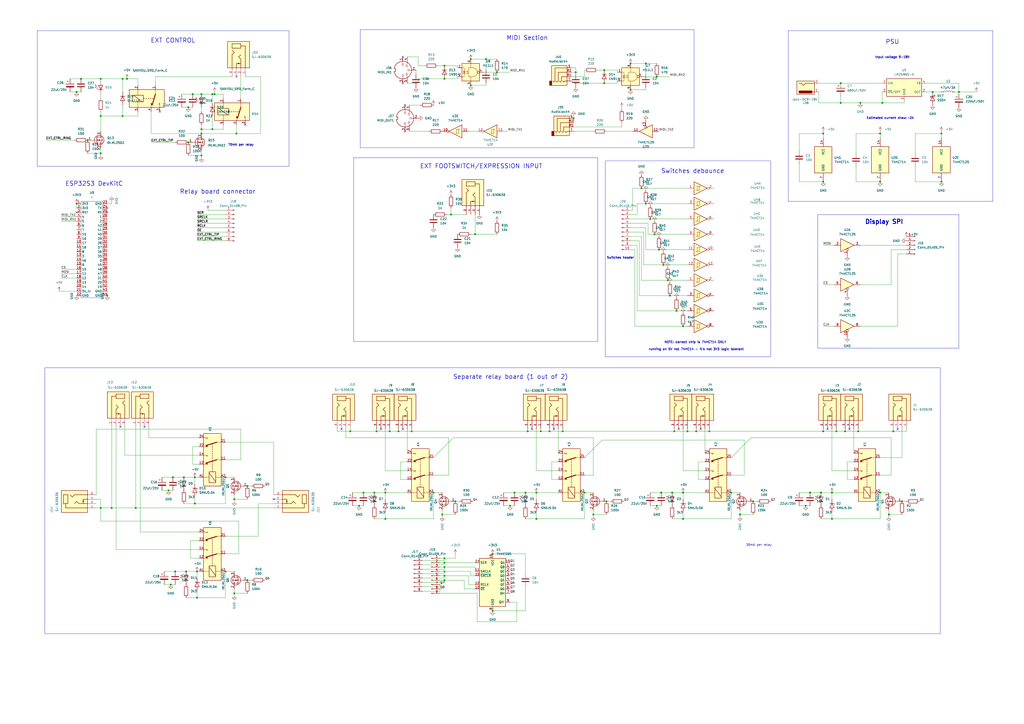
<source format=kicad_sch>
(kicad_sch (version 20250114) (generator "eeschema") (generator_version "9.0")
  (paper "A2")
  (lib_symbols
    (symbol "74xx:74AHCT125" (pin_names (offset 1.016))
      (property "Reference" "U" (at 0 1.27 0))
      (property "Value" "74AHCT125" (at 0 -1.27 0))
      (symbol "74AHCT125_1_0"
        (pin input line (at -7.62 0 0) (length 3.81) (name "~") (number "2"))
        (pin input inverted (at 0 -6.35 90) (length 4.445) (name "~") (number "1"))
        (pin tri_state line (at 7.62 0 180) (length 3.81) (name "~") (number "3"))
      )
      (symbol "74AHCT125_2_0"
        (pin input line (at -7.62 0 0) (length 3.81) (name "~") (number "5"))
        (pin input inverted (at 0 -6.35 90) (length 4.445) (name "~") (number "4"))
        (pin tri_state line (at 7.62 0 180) (length 3.81) (name "~") (number "6"))
      )
      (symbol "74AHCT125_3_0"
        (pin input line (at -7.62 0 0) (length 3.81) (name "~") (number "9"))
        (pin input inverted (at 0 -6.35 90) (length 4.445) (name "~") (number "10"))
        (pin tri_state line (at 7.62 0 180) (length 3.81) (name "~") (number "8"))
      )
      (symbol "74AHCT125_4_0"
        (pin input line (at -7.62 0 0) (length 3.81) (name "~") (number "12"))
        (pin input inverted (at 0 -6.35 90) (length 4.445) (name "~") (number "13"))
        (pin tri_state line (at 7.62 0 180) (length 3.81) (name "~") (number "11"))
      )
      (symbol "74AHCT125_5_0"
        (pin power_in line (at 0 12.7 270) (length 5.08) (name "VCC") (number "14"))
        (pin power_in line (at 0 -12.7 90) (length 5.08) (name "GND") (number "7"))
      )
    )
    (symbol "74xx:74HC14" (pin_names (offset 1.016))
      (property "Reference" "U" (at 0 1.27 0))
      (property "Value" "74HC14" (at 0 -1.27 0))
      (symbol "74HC14_1_0"
        (pin input line (at -7.62 0 0) (length 3.81) (name "~") (number "1"))
        (pin output inverted (at 7.62 0 180) (length 3.81) (name "~") (number "2"))
      )
      (symbol "74HC14_2_0"
        (pin input line (at -7.62 0 0) (length 3.81) (name "~") (number "3"))
        (pin output inverted (at 7.62 0 180) (length 3.81) (name "~") (number "4"))
      )
      (symbol "74HC14_3_0"
        (pin input line (at -7.62 0 0) (length 3.81) (name "~") (number "5"))
        (pin output inverted (at 7.62 0 180) (length 3.81) (name "~") (number "6"))
      )
      (symbol "74HC14_4_0"
        (pin input line (at -7.62 0 0) (length 3.81) (name "~") (number "9"))
        (pin output inverted (at 7.62 0 180) (length 3.81) (name "~") (number "8"))
      )
      (symbol "74HC14_5_0"
        (pin input line (at -7.62 0 0) (length 3.81) (name "~") (number "11"))
        (pin output inverted (at 7.62 0 180) (length 3.81) (name "~") (number "10"))
      )
      (symbol "74HC14_6_0"
        (pin input line (at -7.62 0 0) (length 3.81) (name "~") (number "13"))
        (pin output inverted (at 7.62 0 180) (length 3.81) (name "~") (number "12"))
      )
      (symbol "74HC14_7_0"
        (pin power_in line (at 0 12.7 270) (length 5.08) (name "VCC") (number "14"))
        (pin power_in line (at 0 -12.7 90) (length 5.08) (name "GND") (number "7"))
      )
    )
    (symbol "74xx:74HC595"
      (property "Reference" "U" (at -7.62 13.97 0))
      (property "Value" "74HC595" (at -7.62 -16.51 0))
      (symbol "74HC595_1_0"
        (pin input line (at -10.16 10.16 0) (length 2.54) (name "SER") (number "14"))
        (pin input line (at -10.16 5.08 0) (length 2.54) (name "SRCLK") (number "11"))
        (pin input line (at -10.16 2.54 0) (length 2.54) (name "~{SRCLR}") (number "10"))
        (pin input line (at -10.16 -2.54 0) (length 2.54) (name "RCLK") (number "12"))
        (pin input line (at -10.16 -5.08 0) (length 2.54) (name "~{OE}") (number "13"))
        (pin power_in line (at 0 15.24 270) (length 2.54) (name "VCC") (number "16"))
        (pin power_in line (at 0 -17.78 90) (length 2.54) (name "GND") (number "8"))
        (pin tri_state line (at 10.16 10.16 180) (length 2.54) (name "QA") (number "15"))
        (pin tri_state line (at 10.16 7.62 180) (length 2.54) (name "QB") (number "1"))
        (pin tri_state line (at 10.16 5.08 180) (length 2.54) (name "QC") (number "2"))
        (pin tri_state line (at 10.16 2.54 180) (length 2.54) (name "QD") (number "3"))
        (pin tri_state line (at 10.16 0 180) (length 2.54) (name "QE") (number "4"))
        (pin tri_state line (at 10.16 -2.54 180) (length 2.54) (name "QF") (number "5"))
        (pin tri_state line (at 10.16 -5.08 180) (length 2.54) (name "QG") (number "6"))
        (pin tri_state line (at 10.16 -7.62 180) (length 2.54) (name "QH") (number "7"))
        (pin output line (at 10.16 -12.7 180) (length 2.54) (name "QH'") (number "9"))
      )
    )
    (symbol "Connector:Conn_01x05_Pin" (pin_names (offset 1.016) (hide yes))
      (property "Reference" "J" (at 0 7.62 0))
      (property "Value" "Conn_01x05_Pin" (at 0 -7.62 0))
      (symbol "Conn_01x05_Pin_1_1"
        (pin passive line (at 5.08 5.08 180) (length 3.81) (name "Pin_1") (number "1"))
        (pin passive line (at 5.08 2.54 180) (length 3.81) (name "Pin_2") (number "2"))
        (pin passive line (at 5.08 0 180) (length 3.81) (name "Pin_3") (number "3"))
        (pin passive line (at 5.08 -2.54 180) (length 3.81) (name "Pin_4") (number "4"))
        (pin passive line (at 5.08 -5.08 180) (length 3.81) (name "Pin_5") (number "5"))
      )
    )
    (symbol "Connector:Conn_01x08_Pin" (pin_names (offset 1.016) (hide yes))
      (property "Reference" "J" (at 0 10.16 0))
      (property "Value" "Conn_01x08_Pin" (at 0 -12.7 0))
      (symbol "Conn_01x08_Pin_1_1"
        (pin passive line (at 5.08 7.62 180) (length 3.81) (name "Pin_1") (number "1"))
        (pin passive line (at 5.08 5.08 180) (length 3.81) (name "Pin_2") (number "2"))
        (pin passive line (at 5.08 2.54 180) (length 3.81) (name "Pin_3") (number "3"))
        (pin passive line (at 5.08 0 180) (length 3.81) (name "Pin_4") (number "4"))
        (pin passive line (at 5.08 -2.54 180) (length 3.81) (name "Pin_5") (number "5"))
        (pin passive line (at 5.08 -5.08 180) (length 3.81) (name "Pin_6") (number "6"))
        (pin passive line (at 5.08 -7.62 180) (length 3.81) (name "Pin_7") (number "7"))
        (pin passive line (at 5.08 -10.16 180) (length 3.81) (name "Pin_8") (number "8"))
      )
    )
    (symbol "Connector:Conn_01x09_Pin" (pin_names (offset 1.016) (hide yes))
      (property "Reference" "J" (at 0 12.7 0))
      (property "Value" "Conn_01x09_Pin" (at 0 -12.7 0))
      (symbol "Conn_01x09_Pin_1_1"
        (pin passive line (at 5.08 10.16 180) (length 3.81) (name "Pin_1") (number "1"))
        (pin passive line (at 5.08 7.62 180) (length 3.81) (name "Pin_2") (number "2"))
        (pin passive line (at 5.08 5.08 180) (length 3.81) (name "Pin_3") (number "3"))
        (pin passive line (at 5.08 2.54 180) (length 3.81) (name "Pin_4") (number "4"))
        (pin passive line (at 5.08 0 180) (length 3.81) (name "Pin_5") (number "5"))
        (pin passive line (at 5.08 -2.54 180) (length 3.81) (name "Pin_6") (number "6"))
        (pin passive line (at 5.08 -5.08 180) (length 3.81) (name "Pin_7") (number "7"))
        (pin passive line (at 5.08 -7.62 180) (length 3.81) (name "Pin_8") (number "8"))
        (pin passive line (at 5.08 -10.16 180) (length 3.81) (name "Pin_9") (number "9"))
      )
    )
    (symbol "Connector:Conn_01x10_Pin" (pin_names (offset 1.016) (hide yes))
      (property "Reference" "J" (at 0 12.7 0))
      (property "Value" "Conn_01x10_Pin" (at 0 -15.24 0))
      (symbol "Conn_01x10_Pin_1_1"
        (pin passive line (at 5.08 10.16 180) (length 3.81) (name "Pin_1") (number "1"))
        (pin passive line (at 5.08 7.62 180) (length 3.81) (name "Pin_2") (number "2"))
        (pin passive line (at 5.08 5.08 180) (length 3.81) (name "Pin_3") (number "3"))
        (pin passive line (at 5.08 2.54 180) (length 3.81) (name "Pin_4") (number "4"))
        (pin passive line (at 5.08 0 180) (length 3.81) (name "Pin_5") (number "5"))
        (pin passive line (at 5.08 -2.54 180) (length 3.81) (name "Pin_6") (number "6"))
        (pin passive line (at 5.08 -5.08 180) (length 3.81) (name "Pin_7") (number "7"))
        (pin passive line (at 5.08 -7.62 180) (length 3.81) (name "Pin_8") (number "8"))
        (pin passive line (at 5.08 -10.16 180) (length 3.81) (name "Pin_9") (number "9"))
        (pin passive line (at 5.08 -12.7 180) (length 3.81) (name "Pin_10") (number "10"))
      )
    )
    (symbol "Connector:DIN-5_180degree" (pin_names (offset 1.016))
      (property "Reference" "J" (at 3.175 5.715 0))
      (property "Value" "DIN-5_180degree" (at 0 -6.35 0))
      (symbol "DIN-5_180degree_1_1"
        (pin passive line (at -7.62 2.54 0) (length 2.54) (name "~") (number "4"))
        (pin passive line (at -7.62 0 0) (length 2.54) (name "~") (number "1"))
        (pin passive line (at 0 7.62 270) (length 2.54) (name "~") (number "2"))
        (pin passive line (at 7.62 2.54 180) (length 2.54) (name "~") (number "5"))
        (pin passive line (at 7.62 0 180) (length 2.54) (name "~") (number "3"))
      )
    )
    (symbol "Connector:Jack-DC" (pin_names (offset 1.016))
      (property "Reference" "J" (at 0 5.334 0))
      (property "Value" "Jack-DC" (at 0 -5.08 0))
      (symbol "Jack-DC_1_1"
        (pin passive line (at 7.62 2.54 180) (length 2.54) (name "~") (number "1"))
        (pin passive line (at 7.62 -2.54 180) (length 2.54) (name "~") (number "2"))
      )
    )
    (symbol "Connector_Audio:AudioJack4"
      (property "Reference" "J" (at 0 8.89 0))
      (property "Value" "AudioJack4" (at 0 6.35 0))
      (symbol "AudioJack4_1_1"
        (pin passive line (at 5.08 2.54 180) (length 2.54) (name "~") (number "S"))
        (pin passive line (at 5.08 0 180) (length 2.54) (name "~") (number "R2"))
        (pin passive line (at 5.08 -2.54 180) (length 2.54) (name "~") (number "R1"))
        (pin passive line (at 5.08 -5.08 180) (length 2.54) (name "~") (number "T"))
      )
    )
    (symbol "Device:C" (pin_numbers (hide yes)) (pin_names (offset 0.254))
      (property "Reference" "C" (at 0.635 2.54 0))
      (property "Value" "C" (at 0.635 -2.54 0))
      (symbol "C_1_1"
        (pin passive line (at 0 3.81 270) (length 2.794) (name "~") (number "1"))
        (pin passive line (at 0 -3.81 90) (length 2.794) (name "~") (number "2"))
      )
    )
    (symbol "Device:C_Polarized" (pin_numbers (hide yes)) (pin_names (offset 0.254))
      (property "Reference" "C" (at 0.635 2.54 0))
      (property "Value" "C_Polarized" (at 0.635 -2.54 0))
      (symbol "C_Polarized_1_1"
        (pin passive line (at 0 3.81 270) (length 2.794) (name "~") (number "1"))
        (pin passive line (at 0 -3.81 90) (length 2.794) (name "~") (number "2"))
      )
    )
    (symbol "Device:D_Schottky" (pin_numbers (hide yes)) (pin_names (offset 1.016) (hide yes))
      (property "Reference" "D" (at 0 2.54 0))
      (property "Value" "D_Schottky" (at 0 -2.54 0))
      (symbol "D_Schottky_1_1"
        (pin passive line (at -3.81 0 0) (length 2.54) (name "K") (number "1"))
        (pin passive line (at 3.81 0 180) (length 2.54) (name "A") (number "2"))
      )
    )
    (symbol "Device:L" (pin_numbers (hide yes)) (pin_names (offset 1.016) (hide yes))
      (property "Reference" "L" (at -1.27 0 90))
      (property "Value" "L" (at 1.905 0 90))
      (symbol "L_1_1"
        (pin passive line (at 0 3.81 270) (length 1.27) (name "1") (number "1"))
        (pin passive line (at 0 -3.81 90) (length 1.27) (name "2") (number "2"))
      )
    )
    (symbol "Device:R" (pin_numbers (hide yes)) (pin_names (offset 0))
      (property "Reference" "R" (at 2.032 0 90))
      (property "Value" "R" (at 0 0 90))
      (symbol "R_1_1"
        (pin passive line (at 0 3.81 270) (length 1.27) (name "~") (number "1"))
        (pin passive line (at 0 -3.81 90) (length 1.27) (name "~") (number "2"))
      )
    )
    (symbol "Diode:1N4148" (pin_numbers (hide yes)) (pin_names (hide yes))
      (property "Reference" "D" (at 0 2.54 0))
      (property "Value" "1N4148" (at 0 -2.54 0))
      (symbol "1N4148_1_1"
        (pin passive line (at -3.81 0 0) (length 2.54) (name "K") (number "1"))
        (pin passive line (at 3.81 0 180) (length 2.54) (name "A") (number "2"))
      )
    )
    (symbol "Diode:1N914" (pin_numbers (hide yes)) (pin_names (hide yes))
      (property "Reference" "D" (at 0 2.54 0))
      (property "Value" "1N914" (at 0 -2.54 0))
      (symbol "1N914_1_1"
        (pin passive line (at -3.81 0 0) (length 2.54) (name "K") (number "1"))
        (pin passive line (at 3.81 0 180) (length 2.54) (name "A") (number "2"))
      )
    )
    (symbol "Diode:SMAJ5.0A" (pin_numbers (hide yes)) (pin_names (offset 1.016) (hide yes))
      (property "Reference" "D" (at 0 2.54 0))
      (property "Value" "SMAJ5.0A" (at 0 -2.54 0))
      (symbol "SMAJ5.0A_1_1"
        (pin passive line (at -3.81 0 0) (length 2.54) (name "A1") (number "1"))
        (pin passive line (at 3.81 0 180) (length 2.54) (name "A2") (number "2"))
      )
    )
    (symbol "Isolator:H11L1" (pin_names (offset 1.016))
      (property "Reference" "U" (at 1.27 8.89 0))
      (property "Value" "H11L1" (at 1.27 6.35 0))
      (symbol "H11L1_1_1"
        (pin passive line (at -7.62 2.54 0) (length 2.54) (name "~") (number "1"))
        (pin passive line (at -7.62 -2.54 0) (length 2.54) (name "~") (number "2"))
        (pin no_connect line (at -5.08 0 0) (length 2.54) (hide yes) (name "~") (number "3"))
        (pin power_in line (at 0 7.62 270) (length 2.54) (name "~") (number "6"))
        (pin power_in line (at 0 -7.62 90) (length 2.54) (name "~") (number "5"))
        (pin output inverted (at 7.62 0 180) (length 3.81) (name "~") (number "4"))
      )
    )
    (symbol "LED:IR204A" (pin_numbers (hide yes)) (pin_names (offset 1.016) (hide yes))
      (property "Reference" "D" (at 0.508 1.778 0))
      (property "Value" "IR204A" (at -1.016 -2.794 0))
      (symbol "IR204A_1_1"
        (pin passive line (at -5.08 0 0) (length 2.54) (name "K") (number "1"))
        (pin passive line (at 2.54 0 180) (length 2.54) (name "A") (number "2"))
      )
    )
    (symbol "MCU_dev_boards:ESP32_S3_DevKitC"
      (property "Reference" "U" (at 0 0 0))
      (symbol "ESP32_S3_DevKitC_1_1"
        (pin power_out line (at -8.89 12.7 0) (length 2.54) (name "3V3") (number "1"))
        (pin power_out line (at -8.89 10.16 0) (length 2.54) (name "3V3") (number "2"))
        (pin input line (at -8.89 7.62 0) (length 2.54) (name "RST") (number "3"))
        (pin bidirectional line (at -8.89 5.08 0) (length 2.54) (name "4") (number "4"))
        (pin bidirectional line (at -8.89 2.54 0) (length 2.54) (name "5") (number "5"))
        (pin bidirectional line (at -8.89 0 0) (length 2.54) (name "6") (number "6"))
        (pin bidirectional line (at -8.89 -2.54 0) (length 2.54) (name "7") (number "7"))
        (pin bidirectional line (at -8.89 -5.08 0) (length 2.54) (name "15") (number "8"))
        (pin bidirectional line (at -8.89 -7.62 0) (length 2.54) (name "16") (number "9"))
        (pin bidirectional line (at -8.89 -10.16 0) (length 2.54) (name "17") (number "10"))
        (pin bidirectional line (at -8.89 -12.7 0) (length 2.54) (name "18") (number "11"))
        (pin bidirectional line (at -8.89 -15.24 0) (length 2.54) (name "8") (number "12"))
        (pin bidirectional line (at -8.89 -17.78 0) (length 2.54) (name "3") (number "13"))
        (pin bidirectional line (at -8.89 -20.32 0) (length 2.54) (name "46") (number "14"))
        (pin bidirectional line (at -8.89 -22.86 0) (length 2.54) (name "9") (number "15"))
        (pin bidirectional line (at -8.89 -25.4 0) (length 2.54) (name "10") (number "16"))
        (pin bidirectional line (at -8.89 -27.94 0) (length 2.54) (name "11") (number "17"))
        (pin bidirectional line (at -8.89 -30.48 0) (length 2.54) (name "12") (number "18"))
        (pin bidirectional line (at -8.89 -33.02 0) (length 2.54) (name "13") (number "19"))
        (pin bidirectional line (at -8.89 -35.56 0) (length 2.54) (name "14") (number "20"))
        (pin power_in line (at -8.89 -38.1 0) (length 2.54) (name "5V_in") (number "21"))
        (pin power_out line (at -8.89 -40.64 0) (length 2.54) (name "GND") (number "22"))
        (pin power_out line (at 8.89 12.7 180) (length 2.54) (name "GND") (number "23"))
        (pin bidirectional line (at 8.89 10.16 180) (length 2.54) (name "TX") (number "24"))
        (pin bidirectional line (at 8.89 7.62 180) (length 2.54) (name "RX") (number "25"))
        (pin bidirectional line (at 8.89 5.08 180) (length 2.54) (name "1") (number "26"))
        (pin bidirectional line (at 8.89 2.54 180) (length 2.54) (name "2") (number "27"))
        (pin bidirectional line (at 8.89 0 180) (length 2.54) (name "42") (number "28"))
        (pin bidirectional line (at 8.89 -2.54 180) (length 2.54) (name "41") (number "29"))
        (pin bidirectional line (at 8.89 -5.08 180) (length 2.54) (name "40") (number "30"))
        (pin bidirectional line (at 8.89 -7.62 180) (length 2.54) (name "39") (number "31"))
        (pin bidirectional line (at 8.89 -10.16 180) (length 2.54) (name "38") (number "32"))
        (pin bidirectional line (at 8.89 -12.7 180) (length 2.54) (name "37") (number "33"))
        (pin bidirectional line (at 8.89 -15.24 180) (length 2.54) (name "36") (number "34"))
        (pin bidirectional line (at 8.89 -17.78 180) (length 2.54) (name "35") (number "35"))
        (pin bidirectional line (at 8.89 -20.32 180) (length 2.54) (name "0") (number "36"))
        (pin bidirectional line (at 8.89 -22.86 180) (length 2.54) (name "45") (number "37"))
        (pin bidirectional line (at 8.89 -25.4 180) (length 2.54) (name "48") (number "38"))
        (pin bidirectional line (at 8.89 -27.94 180) (length 2.54) (name "47") (number "39"))
        (pin bidirectional line (at 8.89 -30.48 180) (length 2.54) (name "21") (number "40"))
        (pin bidirectional line (at 8.89 -33.02 180) (length 2.54) (name "20") (number "41"))
        (pin bidirectional line (at 8.89 -35.56 180) (length 2.54) (name "19") (number "42"))
        (pin power_out line (at 8.89 -38.1 180) (length 2.54) (name "GND") (number "43"))
        (pin power_out line (at 8.89 -40.64 180) (length 2.54) (name "GND") (number "44"))
      )
    )
    (symbol "Regulator_Switching:LM2596S-5"
      (property "Reference" "U" (at -10.16 6.35 0))
      (property "Value" "LM2596S-5" (at 0 6.35 0))
      (symbol "LM2596S-5_1_1"
        (pin power_in line (at -12.7 2.54 0) (length 2.54) (name "VIN") (number "1"))
        (pin input line (at -12.7 -2.54 0) (length 2.54) (name "~{ON}/OFF") (number "5"))
        (pin power_in line (at 0 -7.62 90) (length 2.54) (name "GND") (number "3"))
        (pin input line (at 12.7 2.54 180) (length 2.54) (name "FB") (number "4"))
        (pin output line (at 12.7 -2.54 180) (length 2.54) (name "OUT") (number "2"))
      )
    )
    (symbol "Relay:HK19F-DCxxV-SHC"
      (property "Reference" "K" (at 16.51 3.81 0))
      (property "Value" "HK19F-DCxxV-SHC" (at 16.51 1.27 0))
      (symbol "HK19F-DCxxV-SHC_1_1"
        (pin passive line (at -10.16 7.62 270) (length 2.54) (name "~") (number "A1"))
        (pin passive line (at -10.16 -7.62 90) (length 2.54) (name "~") (number "A2"))
        (pin passive line (at -2.54 7.62 270) (length 2.54) (name "~") (number "12"))
        (pin passive line (at 0 -7.62 90) (length 2.54) (name "~") (number "11"))
        (pin passive line (at 2.54 7.62 270) (length 2.54) (name "~") (number "14"))
        (pin passive line (at 7.62 7.62 270) (length 2.54) (name "~") (number "22"))
        (pin passive line (at 10.16 -7.62 90) (length 2.54) (name "~") (number "21"))
        (pin passive line (at 12.7 7.62 270) (length 2.54) (name "~") (number "24"))
      )
    )
    (symbol "Relay:SANYOU_SRD_Form_C"
      (property "Reference" "K" (at 11.43 3.81 0))
      (property "Value" "SANYOU_SRD_Form_C" (at 11.43 1.27 0))
      (symbol "SANYOU_SRD_Form_C_1_1"
        (pin passive line (at -5.08 7.62 270) (length 2.54) (name "~") (number "5"))
        (pin passive line (at -5.08 -7.62 90) (length 2.54) (name "~") (number "2"))
        (pin passive line (at 2.54 7.62 270) (length 2.54) (name "~") (number "4"))
        (pin passive line (at 5.08 -7.62 90) (length 2.54) (name "~") (number "1"))
        (pin passive line (at 7.62 7.62 270) (length 2.54) (name "~") (number "3"))
      )
    )
    (symbol "SJ-63063B:SJ-63063B" (pin_names (offset 1.016))
      (property "Reference" "J" (at -7.62 5.842 0))
      (property "Value" "SJ-63063B" (at -7.62 -8.382 0))
      (symbol "SJ-63063B_0_0"
        (pin passive line (at 12.7 2.54 180) (length 5.08) (name "~") (number "1"))
        (pin passive line (at 12.7 0 180) (length 5.08) (name "~") (number "2"))
        (pin passive line (at 12.7 -2.54 180) (length 5.08) (name "~") (number "4"))
        (pin passive line (at 12.7 -5.08 180) (length 5.08) (name "~") (number "3"))
      )
    )
    (symbol "Transistor_FET:IRLML2060" (pin_names (offset 0) (hide yes))
      (property "Reference" "Q" (at 5.08 1.905 0))
      (property "Value" "IRLML2060" (at 5.08 0 0))
      (symbol "IRLML2060_1_1"
        (pin input line (at -5.08 0 0) (length 2.54) (name "G") (number "1"))
        (pin passive line (at 2.54 5.08 270) (length 2.54) (name "D") (number "3"))
        (pin passive line (at 2.54 -5.08 90) (length 2.54) (name "S") (number "2"))
      )
    )
    (symbol "power:+3V3" (power) (pin_numbers (hide yes)) (pin_names (offset 0) (hide yes))
      (property "Value" "+3V3" (at 0 3.556 0))
      (symbol "+3V3_1_1"
        (pin power_in line (at 0 0 90) (length 0) (name "~") (number "1"))
      )
    )
    (symbol "power:+5V" (power) (pin_numbers (hide yes)) (pin_names (offset 0) (hide yes))
      (property "Value" "+5V" (at 0 3.556 0))
      (symbol "+5V_1_1"
        (pin power_in line (at 0 0 90) (length 0) (name "~") (number "1"))
      )
    )
    (symbol "power:GND" (power) (pin_numbers (hide yes)) (pin_names (offset 0) (hide yes))
      (property "Value" "GND" (at 0 -3.81 0))
      (symbol "GND_1_1"
        (pin power_in line (at 0 0 270) (length 0) (name "~") (number "1"))
      )
    )
  )
  (rectangle (start 205.105 91.44) (end 346.71 198.12))
  (rectangle (start 21.59 17.78) (end 167.64 96.52))
  (rectangle (start 351.155 93.345) (end 447.04 207.01))
  (rectangle (start 474.345 124.46) (end 556.26 201.93))
  (rectangle (start 26.035 213.36) (end 545.465 367.665))
  (rectangle (start 208.915 17.145) (end 402.59 85.725))
  (rectangle (start 457.2 17.78) (end 575.945 116.84))
  (text "Estimated current draw: ~2A\n\n" (at 516.382 69.596 0) (effects (font (size 1.27 1.27) (thickness 0.254) (bold yes))))
  (text "30mA per relay\n" (at 440.182 316.23 0) (effects (font (size 1.27 1.27))))
  (text "EXT CONTROL" (at 100.33 23.622 0) (effects (font (size 2.54 2.54) (thickness 0.254) (bold yes))))
  (text "Display SPI \n" (at 513.842 128.778 0) (effects (font (size 2.54 2.54) (thickness 0.508) (bold yes))))
  (text "EXT FOOTSWITCH/EXPRESSION INPUT" (at 279.146 96.52 0) (effects (font (size 2.54 2.54) (thickness 0.254) (bold yes))))
  (text "Input voltage 9-18V" (at 517.652 33.274 0) (effects (font (size 1.27 1.27) (thickness 0.254) (bold yes))))
  (text "Separate relay board (1 out of 2)" (at 296.164 218.694 0) (effects (font (size 2.54 2.54) (thickness 0.254) (bold yes))))
  (text "NOTE: correct chip is 74HCT14 ONLY\n\n running on 5V not 74HC14 - it's not 3V3 logic tolerant\n" (at 403.352 200.66 0) (effects (font (size 1.27 1.27) (thickness 0.254) (bold yes))))
  (text "Relay board connector" (at 126.238 111.252 0) (effects (font (size 2.54 2.54) (thickness 0.254) (bold yes))))
  (text "MIDI Section\n" (at 305.816 22.098 0) (effects (font (size 2.54 2.54) (thickness 0.254) (bold yes))))
  (text "Switches header" (at 359.918 149.606 0) (effects (font (size 1.27 1.27) (thickness 0.254) (bold yes))))
  (text "70mA per relay\n" (at 139.7 84.074 0) (effects (font (size 1.27 1.27) (thickness 0.254) (bold yes))))
  (text "Switches debounce" (at 401.828 99.314 0) (effects (font (size 2.54 2.54) (thickness 0.254) (bold yes))))
  (text "ESP32S3 DevKitC\n" (at 54.61 106.68 0) (effects (font (size 2.54 2.54) (thickness 0.254) (bold yes))))
  (text "PSU\n" (at 517.652 24.384 0) (effects (font (size 2.54 2.54) (thickness 0.254) (bold yes))))
  (junction (at 231.14 250.19))
  (junction (at 50.8 81.28))
  (junction (at 64.77 294.64))
  (junction (at 203.2 250.19))
  (junction (at 476.25 285.75))
  (junction (at 257.81 331.47))
  (junction (at 109.22 62.23))
  (junction (at 332.74 68.58))
  (junction (at 490.22 250.19))
  (junction (at 497.84 250.19))
  (junction (at 311.15 285.75))
  (junction (at 285.75 321.31))
  (junction (at 384.81 153.67))
  (junction (at 381 44.45))
  (junction (at 58.42 294.64))
  (junction (at 318.77 250.19))
  (junction (at 226.06 250.19))
  (junction (at 477.52 250.19))
  (junction (at 396.24 189.23))
  (junction (at 518.16 250.19))
  (junction (at 261.62 124.46))
  (junction (at 510.54 105.41))
  (junction (at 130.81 331.47))
  (junction (at 143.51 336.55))
  (junction (at 382.27 144.78))
  (junction (at 372.11 109.22))
  (junction (at 510.54 285.75))
  (junction (at 208.28 293.37))
  (junction (at 510.54 77.47))
  (junction (at 106.68 276.86))
  (junction (at 389.89 285.75))
  (junction (at 143.51 281.94))
  (junction (at 218.44 250.19))
  (junction (at 257.81 38.1))
  (junction (at 116.84 90.17))
  (junction (at 107.95 331.47))
  (junction (at 288.29 41.91))
  (junction (at 58.42 45.72))
  (junction (at 116.84 54.61))
  (junction (at 44.45 118.11))
  (junction (at 285.75 354.33))
  (junction (at 477.52 105.41))
  (junction (at 116.84 74.93))
  (junction (at 477.52 77.47))
  (junction (at 396.24 300.99))
  (junction (at 546.1 105.41))
  (junction (at 223.52 300.99))
  (junction (at 487.68 59.69))
  (junction (at 210.82 285.75))
  (junction (at 273.05 34.29))
  (junction (at 281.94 34.29))
  (junction (at 217.17 285.75))
  (junction (at 124.46 54.61))
  (junction (at 44.45 53.34))
  (junction (at 71.12 67.31))
  (junction (at 411.48 250.19))
  (junction (at 350.52 40.64))
  (junction (at 365.76 52.07))
  (junction (at 113.03 292.1))
  (junction (at 334.01 41.91))
  (junction (at 556.26 53.34))
  (junction (at 257.81 326.39))
  (junction (at 58.42 67.31))
  (junction (at 257.81 334.01))
  (junction (at 374.65 36.83))
  (junction (at 257.81 45.72))
  (junction (at 541.02 53.34))
  (junction (at 424.18 285.75))
  (junction (at 78.74 294.64))
  (junction (at 114.3 331.47))
  (junction (at 381 293.37))
  (junction (at 295.91 293.37))
  (junction (at 383.54 285.75))
  (junction (at 392.43 180.34))
  (junction (at 257.81 328.93))
  (junction (at 482.6 300.99))
  (junction (at 238.76 250.19))
  (junction (at 130.81 276.86))
  (junction (at 58.42 88.9))
  (junction (at 523.24 290.83))
  (junction (at 273.05 49.53))
  (junction (at 264.16 290.83))
  (junction (at 111.76 54.61))
  (junction (at 469.9 285.75))
  (junction (at 100.33 276.86))
  (junction (at 398.78 250.19))
  (junction (at 351.79 290.83))
  (junction (at 482.6 285.75))
  (junction (at 275.59 135.89))
  (junction (at 391.16 250.19))
  (junction (at 257.81 323.85))
  (junction (at 339.09 285.75))
  (junction (at 99.06 339.09))
  (junction (at 73.66 45.72))
  (junction (at 123.19 54.61))
  (junction (at 223.52 285.75))
  (junction (at 396.24 285.75))
  (junction (at 101.6 331.47))
  (junction (at 306.07 250.19))
  (junction (at 499.11 59.69))
  (junction (at 304.8 285.75))
  (junction (at 135.89 289.56))
  (junction (at 326.39 250.19))
  (junction (at 311.15 300.99))
  (junction (at 546.1 77.47))
  (junction (at 137.16 77.47))
  (junction (at 135.89 344.17))
  (junction (at 511.81 59.69))
  (junction (at 113.03 276.86))
  (junction (at 487.68 48.26))
  (junction (at 467.36 293.37))
  (junction (at 429.26 298.45))
  (junction (at 388.62 171.45))
  (junction (at 515.62 298.45))
  (junction (at 436.88 290.83))
  (junction (at 365.76 36.83))
  (junction (at 71.12 45.72))
  (junction (at 313.69 250.19))
  (junction (at 97.79 284.48))
  (junction (at 46.99 45.72))
  (junction (at 257.81 336.55))
  (junction (at 387.35 162.56))
  (junction (at 377.19 127))
  (junction (at 374.65 118.11))
  (junction (at 109.22 82.55))
  (junction (at 350.52 48.26))
  (junction (at 251.46 285.75))
  (junction (at 379.73 135.89))
  (junction (at 403.86 250.19))
  (junction (at 116.84 77.47))
  (junction (at 256.54 298.45))
  (junction (at 344.17 298.45))
  (junction (at 114.3 346.71))
  (junction (at 123.19 74.93))
  (junction (at 298.45 285.75))
  (junction (at 62.23 171.45))
  (junction (at 485.14 250.19))
  (no_connect (at 308.61 248.92))
  (no_connect (at 137.16 44.45))
  (no_connect (at 520.7 248.92))
  (no_connect (at 480.06 248.92))
  (no_connect (at 83.82 247.65))
  (no_connect (at 44.45 123.19))
  (no_connect (at 406.4 248.92))
  (no_connect (at 220.98 248.92))
  (no_connect (at 393.7 248.92))
  (no_connect (at 234.95 76.2))
  (no_connect (at 233.68 33.02))
  (no_connect (at 234.95 60.96))
  (no_connect (at 142.24 72.39))
  (no_connect (at 233.68 248.92))
  (no_connect (at 492.76 248.92))
  (no_connect (at 62.23 120.65))
  (no_connect (at 92.71 64.77))
  (no_connect (at 321.31 248.92))
  (no_connect (at 198.12 248.92))
  (no_connect (at 62.23 123.19))
  (no_connect (at 69.85 247.65))
  (no_connect (at 158.75 289.56))
  (no_connect (at 233.68 48.26))
  (wire (pts (xy 256.54 298.45) (xy 256.54 295.91)))
  (wire (pts (xy 97.79 284.48) (xy 100.33 284.48)))
  (wire (pts (xy 87.63 82.55) (xy 101.6 82.55)))
  (wire (pts (xy 200.66 248.92) (xy 200.66 254)))
  (wire (pts (xy 80.01 64.77) (xy 80.01 67.31)))
  (wire (pts (xy 398.78 144.78) (xy 382.27 144.78)))
  (wire (pts (xy 511.81 48.26) (xy 487.68 48.26)))
  (wire (pts (xy 105.41 54.61) (xy 111.76 54.61)))
  (wire (pts (xy 245.11 327.66) (xy 257.81 327.66)))
  (wire (pts (xy 375.92 135.89) (xy 375.92 129.54)))
  (wire (pts (xy 388.62 171.45) (xy 398.78 171.45)))
  (wire (pts (xy 241.3 40.64) (xy 241.3 43.18)))
  (wire (pts (xy 311.15 285.75) (xy 311.15 289.56)))
  (wire (pts (xy 374.65 118.11) (xy 369.57 118.11)))
  (wire (pts (xy 429.26 298.45) (xy 429.26 295.91)))
  (wire (pts (xy 332.74 73.66) (xy 360.68 73.66)))
  (wire (pts (xy 304.8 340.36) (xy 304.8 354.33)))
  (wire (pts (xy 408.94 285.75) (xy 396.24 285.75)))
  (wire (pts (xy 110.49 323.85) (xy 115.57 323.85)))
  (wire (pts (xy 463.55 95.25) (xy 463.55 105.41)))
  (wire (pts (xy 146.05 336.55) (xy 143.51 336.55)))
  (wire (pts (xy 367.03 121.92) (xy 365.76 121.92)))
  (wire (pts (xy 257.81 331.47) (xy 273.05 331.47)))
  (wire (pts (xy 113.03 288.29) (xy 113.03 292.1)))
  (wire (pts (xy 411.48 250.19) (xy 477.52 250.19)))
  (wire (pts (xy 257.81 328.93) (xy 275.59 328.93)))
  (wire (pts (xy 497.84 248.92) (xy 497.84 250.19)))
  (wire (pts (xy 35.56 156.21) (xy 44.45 156.21)))
  (wire (pts (xy 372.11 109.22) (xy 367.03 109.22)))
  (wire (pts (xy 477.52 80.01) (xy 477.52 77.47)))
  (wire (pts (xy 232.41 267.97) (xy 232.41 278.13)))
  (wire (pts (xy 525.78 248.92) (xy 525.78 250.19)))
  (wire (pts (xy 135.89 289.56) (xy 135.89 287.02)))
  (wire (pts (xy 71.12 45.72) (xy 71.12 53.34)))
  (wire (pts (xy 135.89 290.83) (xy 135.89 289.56)))
  (wire (pts (xy 265.43 38.1) (xy 265.43 39.37)))
  (wire (pts (xy 358.14 40.64) (xy 350.52 40.64)))
  (wire (pts (xy 238.76 250.19) (xy 306.07 250.19)))
  (wire (pts (xy 223.52 273.05) (xy 236.22 273.05)))
  (wire (pts (xy 373.38 153.67) (xy 373.38 134.62)))
  (wire (pts (xy 255.27 344.17) (xy 276.86 344.17)))
  (wire (pts (xy 520.7 147.32) (xy 520.7 189.23)))
  (wire (pts (xy 67.31 318.77) (xy 115.57 318.77)))
  (wire (pts (xy 474.98 48.26) (xy 487.68 48.26)))
  (wire (pts (xy 389.89 285.75) (xy 396.24 285.75)))
  (wire (pts (xy 236.22 285.75) (xy 223.52 285.75)))
  (wire (pts (xy 81.28 308.61) (xy 115.57 308.61)))
  (wire (pts (xy 114.3 346.71) (xy 130.81 346.71)))
  (wire (pts (xy 398.78 118.11) (xy 374.65 118.11)))
  (wire (pts (xy 72.39 264.16) (xy 115.57 264.16)))
  (wire (pts (xy 360.68 71.12) (xy 360.68 73.66)))
  (wire (pts (xy 463.55 285.75) (xy 469.9 285.75)))
  (wire (pts (xy 255.27 334.01) (xy 257.81 334.01)))
  (wire (pts (xy 311.15 273.05) (xy 323.85 273.05)))
  (wire (pts (xy 95.25 339.09) (xy 99.06 339.09)))
  (wire (pts (xy 114.3 331.47) (xy 114.3 335.28)))
  (wire (pts (xy 511.81 59.69) (xy 524.51 59.69)))
  (wire (pts (xy 280.67 41.91) (xy 288.29 41.91)))
  (wire (pts (xy 304.8 300.99) (xy 311.15 300.99)))
  (wire (pts (xy 245.11 330.2) (xy 257.81 330.2)))
  (wire (pts (xy 318.77 250.19) (xy 326.39 250.19)))
  (wire (pts (xy 149.86 292.1) (xy 149.86 311.15)))
  (wire (pts (xy 332.74 48.26) (xy 350.52 48.26)))
  (wire (pts (xy 139.7 44.45) (xy 139.7 57.15)))
  (wire (pts (xy 556.26 53.34) (xy 556.26 54.61)))
  (wire (pts (xy 116.84 74.93) (xy 116.84 77.47)))
  (wire (pts (xy 255.27 323.85) (xy 257.81 323.85)))
  (wire (pts (xy 35.56 128.27) (xy 44.45 128.27)))
  (wire (pts (xy 537.21 53.34) (xy 541.02 53.34)))
  (wire (pts (xy 135.89 289.56) (xy 143.51 289.56)))
  (wire (pts (xy 90.17 44.45) (xy 90.17 49.53)))
  (wire (pts (xy 398.78 135.89) (xy 379.73 135.89)))
  (wire (pts (xy 525.78 147.32) (xy 520.7 147.32)))
  (wire (pts (xy 288.29 41.91) (xy 295.91 41.91)))
  (wire (pts (xy 64.77 118.11) (xy 64.77 116.84)))
  (wire (pts (xy 365.76 36.83) (xy 374.65 36.83)))
  (wire (pts (xy 525.78 290.83) (xy 523.24 290.83)))
  (wire (pts (xy 408.94 248.92) (xy 408.94 262.89)))
  (wire (pts (xy 257.81 323.85) (xy 264.16 323.85)))
  (wire (pts (xy 107.95 331.47) (xy 114.3 331.47)))
  (wire (pts (xy 373.38 44.45) (xy 381 44.45)))
  (wire (pts (xy 369.57 142.24) (xy 369.57 180.34)))
  (wire (pts (xy 55.88 248.92) (xy 139.7 248.92)))
  (wire (pts (xy 123.19 54.61) (xy 123.19 59.69)))
  (wire (pts (xy 377.19 293.37) (xy 381 293.37)))
  (wire (pts (xy 344.17 254) (xy 344.17 275.59)))
  (wire (pts (xy 255.27 336.55) (xy 257.81 336.55)))
  (wire (pts (xy 496.57 77.47) (xy 510.54 77.47)))
  (wire (pts (xy 358.14 40.64) (xy 358.14 41.91)))
  (wire (pts (xy 58.42 64.77) (xy 58.42 67.31)))
  (wire (pts (xy 510.54 265.43) (xy 523.24 265.43)))
  (wire (pts (xy 137.16 77.47) (xy 116.84 77.47)))
  (wire (pts (xy 114.3 129.54) (xy 130.81 129.54)))
  (wire (pts (xy 218.44 248.92) (xy 218.44 250.19)))
  (wire (pts (xy 496.57 77.47) (xy 496.57 88.9)))
  (wire (pts (xy 116.84 91.44) (xy 116.84 90.17)))
  (wire (pts (xy 111.76 54.61) (xy 116.84 54.61)))
  (wire (pts (xy 382.27 144.78) (xy 374.65 144.78)))
  (wire (pts (xy 546.1 76.2) (xy 546.1 77.47)))
  (wire (pts (xy 323.85 285.75) (xy 311.15 285.75)))
  (wire (pts (xy 100.33 276.86) (xy 106.68 276.86)))
  (wire (pts (xy 482.6 300.99) (xy 510.54 300.99)))
  (wire (pts (xy 114.3 132.08) (xy 130.81 132.08)))
  (wire (pts (xy 482.6 248.92) (xy 482.6 273.05)))
  (wire (pts (xy 58.42 67.31) (xy 58.42 76.2)))
  (wire (pts (xy 281.94 48.26) (xy 281.94 49.53)))
  (wire (pts (xy 257.81 327.66) (xy 257.81 326.39)))
  (wire (pts (xy 111.76 259.08) (xy 111.76 269.24)))
  (wire (pts (xy 372.11 137.16) (xy 372.11 162.56)))
  (wire (pts (xy 71.12 45.72) (xy 58.42 45.72)))
  (wire (pts (xy 255.27 328.93) (xy 257.81 328.93)))
  (wire (pts (xy 257.81 334.01) (xy 271.78 334.01)))
  (wire (pts (xy 259.08 124.46) (xy 261.62 124.46)))
  (wire (pts (xy 217.17 285.75) (xy 223.52 285.75)))
  (wire (pts (xy 381 293.37) (xy 383.54 293.37)))
  (wire (pts (xy 499.11 142.24) (xy 525.78 142.24)))
  (wire (pts (xy 114.3 124.46) (xy 130.81 124.46)))
  (wire (pts (xy 255.27 326.39) (xy 257.81 326.39)))
  (wire (pts (xy 271.78 334.01) (xy 271.78 339.09)))
  (wire (pts (xy 139.7 248.92) (xy 139.7 266.7)))
  (wire (pts (xy 520.7 189.23) (xy 499.11 189.23)))
  (wire (pts (xy 511.81 53.34) (xy 511.81 59.69)))
  (wire (pts (xy 373.38 134.62) (xy 365.76 134.62)))
  (wire (pts (xy 326.39 250.19) (xy 391.16 250.19)))
  (wire (pts (xy 50.8 88.9) (xy 58.42 88.9)))
  (wire (pts (xy 313.69 250.19) (xy 318.77 250.19)))
  (wire (pts (xy 482.6 273.05) (xy 495.3 273.05)))
  (wire (pts (xy 281.94 34.29) (xy 281.94 40.64)))
  (wire (pts (xy 129.54 57.15) (xy 129.54 54.61)))
  (wire (pts (xy 516.89 165.1) (xy 516.89 144.78)))
  (wire (pts (xy 477.52 189.23) (xy 483.87 189.23)))
  (wire (pts (xy 495.3 248.92) (xy 495.3 262.89)))
  (wire (pts (xy 261.62 124.46) (xy 270.51 124.46)))
  (wire (pts (xy 304.8 332.74) (xy 304.8 321.31)))
  (wire (pts (xy 273.05 49.53) (xy 281.94 49.53)))
  (wire (pts (xy 367.03 109.22) (xy 367.03 121.92)))
  (wire (pts (xy 463.55 87.63) (xy 463.55 77.47)))
  (wire (pts (xy 365.76 139.7) (xy 370.84 139.7)))
  (wire (pts (xy 273.05 34.29) (xy 281.94 34.29)))
  (wire (pts (xy 295.91 293.37) (xy 298.45 293.37)))
  (wire (pts (xy 499.11 59.69) (xy 511.81 59.69)))
  (wire (pts (xy 515.62 298.45) (xy 515.62 295.91)))
  (wire (pts (xy 510.54 77.47) (xy 510.54 80.01)))
  (wire (pts (xy 311.15 297.18) (xy 311.15 300.99)))
  (wire (pts (xy 251.46 275.59) (xy 260.35 275.59)))
  (wire (pts (xy 530.86 96.52) (xy 530.86 105.41)))
  (wire (pts (xy 116.84 74.93) (xy 123.19 74.93)))
  (wire (pts (xy 149.86 292.1) (xy 158.75 292.1)))
  (wire (pts (xy 111.76 269.24) (xy 115.57 269.24)))
  (wire (pts (xy 370.84 139.7) (xy 370.84 171.45)))
  (wire (pts (xy 58.42 302.26) (xy 138.43 302.26)))
  (wire (pts (xy 35.56 158.75) (xy 44.45 158.75)))
  (wire (pts (xy 130.81 292.1) (xy 130.81 276.86)))
  (wire (pts (xy 130.81 311.15) (xy 149.86 311.15)))
  (wire (pts (xy 304.8 321.31) (xy 285.75 321.31)))
  (wire (pts (xy 553.72 53.34) (xy 556.26 53.34)))
  (wire (pts (xy 424.18 300.99) (xy 424.18 285.75)))
  (wire (pts (xy 237.49 60.96) (xy 243.84 60.96)))
  (wire (pts (xy 81.28 247.65) (xy 81.28 308.61)))
  (wire (pts (xy 381 44.45) (xy 388.62 44.45)))
  (wire (pts (xy 304.8 354.33) (xy 285.75 354.33)))
  (wire (pts (xy 349.25 255.27) (xy 339.09 265.43)))
  (wire (pts (xy 405.13 278.13) (xy 408.94 278.13)))
  (wire (pts (xy 204.47 293.37) (xy 208.28 293.37)))
  (wire (pts (xy 379.73 135.89) (xy 375.92 135.89)))
  (wire (pts (xy 34.29 168.91) (xy 44.45 168.91)))
  (wire (pts (xy 93.98 284.48) (xy 97.79 284.48)))
  (wire (pts (xy 377.19 127) (xy 398.78 127)))
  (wire (pts (xy 431.8 255.27) (xy 431.8 275.59)))
  (wire (pts (xy 40.64 45.72) (xy 46.99 45.72)))
  (wire (pts (xy 372.11 162.56) (xy 387.35 162.56)))
  (wire (pts (xy 101.6 331.47) (xy 107.95 331.47)))
  (wire (pts (xy 204.47 285.75) (xy 210.82 285.75)))
  (wire (pts (xy 304.8 285.75) (xy 311.15 285.75)))
  (wire (pts (xy 110.49 313.69) (xy 110.49 323.85)))
  (wire (pts (xy 496.57 105.41) (xy 510.54 105.41)))
  (wire (pts (xy 392.43 180.34) (xy 398.78 180.34)))
  (wire (pts (xy 203.2 248.92) (xy 203.2 250.19)))
  (wire (pts (xy 360.68 63.5) (xy 360.68 62.23)))
  (wire (pts (xy 71.12 60.96) (xy 71.12 67.31)))
  (wire (pts (xy 391.16 250.19) (xy 398.78 250.19)))
  (wire (pts (xy 245.11 325.12) (xy 257.81 325.12)))
  (wire (pts (xy 151.13 44.45) (xy 151.13 77.47)))
  (wire (pts (xy 78.74 247.65) (xy 78.74 294.64)))
  (wire (pts (xy 273.05 334.01) (xy 275.59 334.01)))
  (wire (pts (xy 477.52 76.2) (xy 477.52 77.47)))
  (wire (pts (xy 264.16 323.85) (xy 264.16 321.31)))
  (wire (pts (xy 275.59 124.46) (xy 275.59 135.89)))
  (wire (pts (xy 257.81 330.2) (xy 257.81 328.93)))
  (wire (pts (xy 58.42 294.64) (xy 64.77 294.64)))
  (wire (pts (xy 476.25 285.75) (xy 482.6 285.75)))
  (wire (pts (xy 238.76 248.92) (xy 238.76 250.19)))
  (wire (pts (xy 463.55 105.41) (xy 477.52 105.41)))
  (wire (pts (xy 541.02 53.34) (xy 546.1 53.34)))
  (wire (pts (xy 339.09 275.59) (xy 344.17 275.59)))
  (wire (pts (xy 86.36 247.65) (xy 86.36 254)))
  (wire (pts (xy 396.24 300.99) (xy 424.18 300.99)))
  (wire (pts (xy 115.57 331.47) (xy 114.3 331.47)))
  (wire (pts (xy 292.1 76.2) (xy 294.64 76.2)))
  (wire (pts (xy 226.06 250.19) (xy 231.14 250.19)))
  (wire (pts (xy 384.81 153.67) (xy 373.38 153.67)))
  (wire (pts (xy 73.66 45.72) (xy 71.12 45.72)))
  (wire (pts (xy 231.14 248.92) (xy 231.14 250.19)))
  (wire (pts (xy 339.09 40.64) (xy 339.09 44.45)))
  (wire (pts (xy 405.13 267.97) (xy 408.94 267.97)))
  (wire (pts (xy 368.3 144.78) (xy 368.3 189.23)))
  (wire (pts (xy 344.17 285.75) (xy 339.09 285.75)))
  (wire (pts (xy 217.17 300.99) (xy 223.52 300.99)))
  (wire (pts (xy 374.65 36.83) (xy 381 36.83)))
  (wire (pts (xy 109.22 90.17) (xy 116.84 90.17)))
  (wire (pts (xy 299.72 349.25) (xy 299.72 360.68)))
  (wire (pts (xy 254 38.1) (xy 257.81 38.1)))
  (wire (pts (xy 255.27 340.36) (xy 255.27 339.09)))
  (wire (pts (xy 72.39 247.65) (xy 72.39 264.16)))
  (wire (pts (xy 135.89 276.86) (xy 130.81 276.86)))
  (wire (pts (xy 236.22 248.92) (xy 236.22 262.89)))
  (wire (pts (xy 398.78 250.19) (xy 403.86 250.19)))
  (wire (pts (xy 292.1 285.75) (xy 298.45 285.75)))
  (wire (pts (xy 389.89 300.99) (xy 396.24 300.99)))
  (wire (pts (xy 58.42 54.61) (xy 58.42 57.15)))
  (wire (pts (xy 320.04 267.97) (xy 320.04 278.13)))
  (wire (pts (xy 257.81 45.72) (xy 265.43 45.72)))
  (wire (pts (xy 403.86 250.19) (xy 411.48 250.19)))
  (wire (pts (xy 78.74 294.64) (xy 158.75 294.64)))
  (wire (pts (xy 58.42 294.64) (xy 55.88 294.64)))
  (wire (pts (xy 138.43 302.26) (xy 138.43 321.31)))
  (wire (pts (xy 124.46 53.34) (xy 124.46 54.61)))
  (wire (pts (xy 58.42 289.56) (xy 58.42 294.64)))
  (wire (pts (xy 490.22 250.19) (xy 497.84 250.19)))
  (wire (pts (xy 95.25 331.47) (xy 101.6 331.47)))
  (wire (pts (xy 62.23 168.91) (xy 62.23 171.45)))
  (wire (pts (xy 292.1 293.37) (xy 295.91 293.37)))
  (wire (pts (xy 311.15 300.99) (xy 339.09 300.99)))
  (wire (pts (xy 232.41 278.13) (xy 236.22 278.13)))
  (wire (pts (xy 396.24 273.05) (xy 408.94 273.05)))
  (wire (pts (xy 257.81 332.74) (xy 257.81 331.47)))
  (wire (pts (xy 130.81 256.54) (xy 158.75 256.54)))
  (wire (pts (xy 530.86 88.9) (xy 530.86 77.47)))
  (wire (pts (xy 120.65 121.92) (xy 130.81 121.92)))
  (wire (pts (xy 332.74 48.26) (xy 331.47 46.99)))
  (wire (pts (xy 269.24 336.55) (xy 269.24 341.63)))
  (wire (pts (xy 332.74 68.58) (xy 332.74 71.12)))
  (wire (pts (xy 523.24 248.92) (xy 523.24 265.43)))
  (wire (pts (xy 242.57 38.1) (xy 242.57 33.02)))
  (wire (pts (xy 346.71 40.64) (xy 350.52 40.64)))
  (wire (pts (xy 271.78 339.09) (xy 275.59 339.09)))
  (wire (pts (xy 26.67 81.28) (xy 43.18 81.28)))
  (wire (pts (xy 251.46 300.99) (xy 251.46 285.75)))
  (wire (pts (xy 429.26 298.45) (xy 436.88 298.45)))
  (wire (pts (xy 265.43 38.1) (xy 257.81 38.1)))
  (wire (pts (xy 269.24 341.63) (xy 275.59 341.63)))
  (wire (pts (xy 58.42 88.9) (xy 58.42 90.17)))
  (wire (pts (xy 374.65 132.08) (xy 365.76 132.08)))
  (wire (pts (xy 90.17 44.45) (xy 134.62 44.45)))
  (wire (pts (xy 298.45 285.75) (xy 304.8 285.75)))
  (wire (pts (xy 123.19 74.93) (xy 129.54 74.93)))
  (wire (pts (xy 135.89 331.47) (xy 130.81 331.47)))
  (wire (pts (xy 236.22 33.02) (xy 242.57 33.02)))
  (wire (pts (xy 350.52 48.26) (xy 358.14 48.26)))
  (wire (pts (xy 510.54 76.2) (xy 510.54 77.47)))
  (wire (pts (xy 109.22 62.23) (xy 111.76 62.23)))
  (wire (pts (xy 255.27 331.47) (xy 257.81 331.47)))
  (wire (pts (xy 44.45 118.11) (xy 44.45 120.65)))
  (wire (pts (xy 331.47 39.37) (xy 334.01 39.37)))
  (wire (pts (xy 105.41 62.23) (xy 109.22 62.23)))
  (wire (pts (xy 516.89 144.78) (xy 525.78 144.78)))
  (wire (pts (xy 203.2 250.19) (xy 218.44 250.19)))
  (wire (pts (xy 275.59 135.89) (xy 288.29 135.89)))
  (wire (pts (xy 260.35 254) (xy 260.35 275.59)))
  (wire (pts (xy 482.6 285.75) (xy 482.6 289.56)))
  (wire (pts (xy 135.89 344.17) (xy 135.89 341.63)))
  (wire (pts (xy 261.62 120.65) (xy 261.62 124.46)))
  (wire (pts (xy 273.05 331.47) (xy 273.05 334.01)))
  (wire (pts (xy 306.07 248.92) (xy 306.07 250.19)))
  (wire (pts (xy 242.57 45.72) (xy 257.81 45.72)))
  (wire (pts (xy 320.04 278.13) (xy 323.85 278.13)))
  (wire (pts (xy 58.42 294.64) (xy 58.42 302.26)))
  (wire (pts (xy 256.54 285.75) (xy 251.46 285.75)))
  (wire (pts (xy 326.39 248.92) (xy 326.39 250.19)))
  (wire (pts (xy 323.85 248.92) (xy 323.85 262.89)))
  (wire (pts (xy 398.78 248.92) (xy 398.78 250.19)))
  (wire (pts (xy 262.89 254) (xy 251.46 265.43)))
  (wire (pts (xy 218.44 250.19) (xy 226.06 250.19)))
  (wire (pts (xy 369.57 118.11) (xy 369.57 124.46)))
  (wire (pts (xy 114.3 139.7) (xy 130.81 139.7)))
  (wire (pts (xy 130.81 321.31) (xy 138.43 321.31)))
  (wire (pts (xy 515.62 298.45) (xy 523.24 298.45)))
  (wire (pts (xy 403.86 248.92) (xy 403.86 250.19)))
  (wire (pts (xy 135.89 344.17) (xy 143.51 344.17)))
  (wire (pts (xy 387.35 162.56) (xy 398.78 162.56)))
  (wire (pts (xy 245.11 337.82) (xy 257.81 337.82)))
  (wire (pts (xy 515.62 285.75) (xy 510.54 285.75)))
  (wire (pts (xy 491.49 278.13) (xy 495.3 278.13)))
  (wire (pts (xy 231.14 250.19) (xy 238.76 250.19)))
  (wire (pts (xy 477.52 142.24) (xy 483.87 142.24)))
  (wire (pts (xy 482.6 297.18) (xy 482.6 300.99)))
  (wire (pts (xy 530.86 105.41) (xy 546.1 105.41)))
  (wire (pts (xy 377.19 285.75) (xy 383.54 285.75)))
  (wire (pts (xy 320.04 267.97) (xy 323.85 267.97)))
  (wire (pts (xy 114.3 137.16) (xy 130.81 137.16)))
  (wire (pts (xy 518.16 248.92) (xy 518.16 250.19)))
  (wire (pts (xy 245.11 332.74) (xy 257.81 332.74)))
  (wire (pts (xy 113.03 292.1) (xy 130.81 292.1)))
  (wire (pts (xy 396.24 248.92) (xy 396.24 273.05)))
  (wire (pts (xy 344.17 298.45) (xy 351.79 298.45)))
  (wire (pts (xy 491.49 267.97) (xy 491.49 278.13)))
  (wire (pts (xy 354.33 290.83) (xy 351.79 290.83)))
  (wire (pts (xy 142.24 44.45) (xy 151.13 44.45)))
  (wire (pts (xy 55.88 289.56) (xy 58.42 289.56)))
  (wire (pts (xy 271.78 76.2) (xy 276.86 76.2)))
  (wire (pts (xy 58.42 45.72) (xy 58.42 46.99)))
  (wire (pts (xy 124.46 54.61) (xy 129.54 54.61)))
  (wire (pts (xy 332.74 76.2) (xy 344.17 76.2)))
  (wire (pts (xy 499.11 165.1) (xy 516.89 165.1)))
  (wire (pts (xy 257.81 337.82) (xy 257.81 336.55)))
  (wire (pts (xy 110.49 313.69) (xy 115.57 313.69)))
  (wire (pts (xy 257.81 336.55) (xy 269.24 336.55)))
  (wire (pts (xy 344.17 254) (xy 262.89 254)))
  (wire (pts (xy 200.66 254) (xy 260.35 254)))
  (wire (pts (xy 331.47 44.45) (xy 339.09 44.45)))
  (wire (pts (xy 255.27 342.9) (xy 255.27 341.63)))
  (wire (pts (xy 257.81 326.39) (xy 275.59 326.39)))
  (wire (pts (xy 477.52 248.92) (xy 477.52 250.19)))
  (wire (pts (xy 485.14 248.92) (xy 485.14 250.19)))
  (wire (pts (xy 242.57 45.72) (xy 242.57 48.26)))
  (wire (pts (xy 510.54 275.59) (xy 516.89 275.59)))
  (wire (pts (xy 281.94 34.29) (xy 288.29 34.29)))
  (wire (pts (xy 55.88 248.92) (xy 55.88 287.02)))
  (wire (pts (xy 257.81 335.28) (xy 257.81 334.01)))
  (wire (pts (xy 510.54 300.99) (xy 510.54 285.75)))
  (wire (pts (xy 58.42 67.31) (xy 71.12 67.31)))
  (wire (pts (xy 530.86 77.47) (xy 546.1 77.47)))
  (wire (pts (xy 35.56 161.29) (xy 44.45 161.29)))
  (wire (pts (xy 245.11 342.9) (xy 255.27 342.9)))
  (wire (pts (xy 64.77 247.65) (xy 64.77 294.64)))
  (wire (pts (xy 396.24 285.75) (xy 396.24 289.56)))
  (wire (pts (xy 370.84 171.45) (xy 388.62 171.45)))
  (wire (pts (xy 116.84 72.39) (xy 116.84 74.93)))
  (wire (pts (xy 365.76 144.78) (xy 368.3 144.78)))
  (wire (pts (xy 365.76 137.16) (xy 372.11 137.16)))
  (wire (pts (xy 116.84 90.17) (xy 116.84 87.63)))
  (wire (pts (xy 485.14 250.19) (xy 490.22 250.19)))
  (wire (pts (xy 266.7 290.83) (xy 264.16 290.83)))
  (wire (pts (xy 106.68 276.86) (xy 113.03 276.86)))
  (wire (pts (xy 123.19 54.61) (xy 124.46 54.61)))
  (wire (pts (xy 80.01 45.72) (xy 73.66 45.72)))
  (wire (pts (xy 223.52 248.92) (xy 223.52 273.05)))
  (wire (pts (xy 256.54 299.72) (xy 256.54 298.45)))
  (wire (pts (xy 383.54 285.75) (xy 389.89 285.75)))
  (wire (pts (xy 331.47 41.91) (xy 334.01 41.91)))
  (wire (pts (xy 365.76 142.24) (xy 369.57 142.24)))
  (wire (pts (xy 232.41 267.97) (xy 236.22 267.97)))
  (wire (pts (xy 80.01 49.53) (xy 80.01 45.72)))
  (wire (pts (xy 116.84 62.23) (xy 116.84 64.77)))
  (wire (pts (xy 396.24 297.18) (xy 396.24 300.99)))
  (wire (pts (xy 35.56 125.73) (xy 44.45 125.73)))
  (wire (pts (xy 365.76 127) (xy 377.19 127)))
  (wire (pts (xy 537.21 48.26) (xy 556.26 48.26)))
  (wire (pts (xy 113.03 276.86) (xy 113.03 280.67)))
  (wire (pts (xy 487.68 59.69) (xy 499.11 59.69)))
  (wire (pts (xy 439.42 290.83) (xy 436.88 290.83)))
  (wire (pts (xy 490.22 248.92) (xy 490.22 250.19)))
  (wire (pts (xy 116.84 54.61) (xy 123.19 54.61)))
  (wire (pts (xy 62.23 118.11) (xy 64.77 118.11)))
  (wire (pts (xy 495.3 285.75) (xy 482.6 285.75)))
  (wire (pts (xy 242.57 48.26) (xy 236.22 48.26)))
  (wire (pts (xy 195.58 250.19) (xy 203.2 250.19)))
  (wire (pts (xy 135.89 345.44) (xy 135.89 344.17)))
  (wire (pts (xy 463.55 77.47) (xy 477.52 77.47)))
  (wire (pts (xy 339.09 300.99) (xy 339.09 285.75)))
  (wire (pts (xy 129.54 74.93) (xy 129.54 72.39)))
  (wire (pts (xy 344.17 299.72) (xy 344.17 298.45)))
  (wire (pts (xy 311.15 248.92) (xy 311.15 273.05)))
  (wire (pts (xy 40.64 53.34) (xy 44.45 53.34)))
  (wire (pts (xy 295.91 349.25) (xy 299.72 349.25)))
  (wire (pts (xy 86.36 254) (xy 115.57 254)))
  (wire (pts (xy 257.81 325.12) (xy 257.81 323.85)))
  (wire (pts (xy 344.17 298.45) (xy 344.17 295.91)))
  (wire (pts (xy 116.84 77.47) (xy 87.63 77.47)))
  (wire (pts (xy 375.92 129.54) (xy 365.76 129.54)))
  (wire (pts (xy 516.89 254) (xy 516.89 275.59)))
  (wire (pts (xy 476.25 300.99) (xy 482.6 300.99)))
  (wire (pts (xy 556.26 48.26) (xy 556.26 53.34)))
  (wire (pts (xy 107.95 346.71) (xy 114.3 346.71)))
  (wire (pts (xy 237.49 76.2) (xy 248.92 76.2)))
  (wire (pts (xy 276.86 360.68) (xy 299.72 360.68)))
  (wire (pts (xy 242.57 38.1) (xy 246.38 38.1)))
  (wire (pts (xy 487.68 55.88) (xy 487.68 59.69)))
  (wire (pts (xy 276.86 344.17) (xy 276.86 360.68)))
  (wire (pts (xy 334.01 39.37) (xy 334.01 41.91)))
  (wire (pts (xy 467.36 293.37) (xy 469.9 293.37)))
  (wire (pts (xy 210.82 285.75) (xy 217.17 285.75)))
  (wire (pts (xy 524.51 58.42) (xy 524.51 59.69)))
  (wire (pts (xy 130.81 346.71) (xy 130.81 331.47)))
  (wire (pts (xy 391.16 248.92) (xy 391.16 250.19)))
  (wire (pts (xy 405.13 267.97) (xy 405.13 278.13)))
  (wire (pts (xy 226.06 248.92) (xy 226.06 250.19)))
  (wire (pts (xy 158.75 256.54) (xy 158.75 287.02)))
  (wire (pts (xy 151.13 77.47) (xy 137.16 77.47)))
  (wire (pts (xy 435.61 254) (xy 424.18 265.43)))
  (wire (pts (xy 223.52 285.75) (xy 223.52 289.56)))
  (wire (pts (xy 474.98 53.34) (xy 474.98 59.69)))
  (wire (pts (xy 58.42 86.36) (xy 58.42 88.9)))
  (wire (pts (xy 223.52 300.99) (xy 251.46 300.99)))
  (wire (pts (xy 497.84 250.19) (xy 518.16 250.19)))
  (wire (pts (xy 469.9 285.75) (xy 476.25 285.75)))
  (wire (pts (xy 137.16 77.47) (xy 137.16 72.39)))
  (wire (pts (xy 369.57 124.46) (xy 365.76 124.46)))
  (wire (pts (xy 477.52 250.19) (xy 485.14 250.19)))
  (wire (pts (xy 256.54 298.45) (xy 264.16 298.45)))
  (wire (pts (xy 265.43 45.72) (xy 265.43 44.45)))
  (wire (pts (xy 429.26 299.72) (xy 429.26 298.45)))
  (wire (pts (xy 123.19 67.31) (xy 123.19 74.93)))
  (wire (pts (xy 64.77 294.64) (xy 78.74 294.64)))
  (wire (pts (xy 99.06 339.09) (xy 101.6 339.09)))
  (wire (pts (xy 223.52 297.18) (xy 223.52 300.99)))
  (wire (pts (xy 318.77 248.92) (xy 318.77 250.19)))
  (wire (pts (xy 398.78 153.67) (xy 384.81 153.67)))
  (wire (pts (xy 67.31 247.65) (xy 67.31 318.77)))
  (wire (pts (xy 275.59 328.93) (xy 275.59 331.47)))
  (wire (pts (xy 114.3 342.9) (xy 114.3 346.71)))
  (wire (pts (xy 332.74 67.31) (xy 332.74 68.58)))
  (wire (pts (xy 245.11 340.36) (xy 255.27 340.36)))
  (wire (pts (xy 208.28 293.37) (xy 210.82 293.37)))
  (wire (pts (xy 516.89 254) (xy 435.61 254)))
  (wire (pts (xy 374.65 36.83) (xy 374.65 43.18)))
  (wire (pts (xy 365.76 52.07) (xy 374.65 52.07)))
  (wire (pts (xy 396.24 189.23) (xy 398.78 189.23)))
  (wire (pts (xy 491.49 267.97) (xy 495.3 267.97)))
  (wire (pts (xy 474.98 59.69) (xy 487.68 59.69)))
  (wire (pts (xy 111.76 259.08) (xy 115.57 259.08)))
  (wire (pts (xy 429.26 285.75) (xy 424.18 285.75)))
  (wire (pts (xy 245.11 335.28) (xy 257.81 335.28)))
  (wire (pts (xy 546.1 77.47) (xy 546.1 80.01)))
  (wire (pts (xy 424.18 275.59) (xy 431.8 275.59)))
  (wire (pts (xy 130.81 266.7) (xy 139.7 266.7)))
  (wire (pts (xy 374.65 50.8) (xy 374.65 52.07)))
  (wire (pts (xy 71.12 67.31) (xy 80.01 67.31)))
  (wire (pts (xy 369.57 180.34) (xy 392.43 180.34)))
  (wire (pts (xy 334.01 41.91) (xy 334.01 43.18)))
  (wire (pts (xy 496.57 96.52) (xy 496.57 105.41)))
  (wire (pts (xy 106.68 292.1) (xy 113.03 292.1)))
  (wire (pts (xy 463.55 293.37) (xy 467.36 293.37)))
  (wire (pts (xy 351.79 76.2) (xy 367.03 76.2)))
  (wire (pts (xy 358.14 48.26) (xy 358.14 46.99)))
  (wire (pts (xy 398.78 109.22) (xy 372.11 109.22)))
  (wire (pts (xy 114.3 127) (xy 130.81 127)))
  (wire (pts (xy 556.26 53.34) (xy 566.42 53.34)))
  (wire (pts (xy 275.59 135.89) (xy 273.05 135.89)))
  (wire (pts (xy 46.99 45.72) (xy 58.42 45.72)))
  (wire (pts (xy 114.3 134.62) (xy 130.81 134.62)))
  (wire (pts (xy 518.16 250.19) (xy 525.78 250.19)))
  (wire (pts (xy 195.58 248.92) (xy 195.58 250.19)))
  (wire (pts (xy 431.8 255.27) (xy 349.25 255.27)))
  (wire (pts (xy 87.63 77.47) (xy 87.63 64.77)))
  (wire (pts (xy 313.69 248.92) (xy 313.69 250.19)))
  (wire (pts (xy 368.3 189.23) (xy 396.24 189.23)))
  (wire (pts (xy 374.65 144.78) (xy 374.65 132.08)))
  (wire (pts (xy 115.57 276.86) (xy 113.03 276.86)))
  (wire (pts (xy 44.45 53.34) (xy 46.99 53.34)))
  (wire (pts (xy 93.98 276.86) (xy 100.33 276.86)))
  (wire (pts (xy 515.62 299.72) (xy 515.62 298.45)))
  (wire (pts (xy 411.48 248.92) (xy 411.48 250.19)))
  (wire (pts (xy 146.05 281.94) (xy 143.51 281.94)))
  (wire (pts (xy 306.07 250.19) (xy 313.69 250.19)))
  (wire (pts (xy 477.52 165.1) (xy 483.87 165.1)))
  (label "MIDI_RX1" (at 295.91 41.91 0))
  (label "EXT_CTRL_TIP" (at 87.63 82.55 0) (effects (font (thickness 0.254) (bold yes))))
  (label "Q5" (at 295.91 336.55 0))
  (label "Q8" (at 255.27 341.63 0))
  (label "CS" (at 35.56 156.21 0))
  (label "Q6" (at 153.67 336.55 0))
  (label "EXT_CTRL_RING" (at 26.67 81.28 0) (effects (font (thickness 0.254) (bold yes))))
  (label "Q7" (at 295.91 341.63 0))
  (label "Q2" (at 295.91 328.93 0))
  (label "MIDI_RX1" (at 35.56 128.27 0))
  (label "CS" (at 477.52 165.1 0))
  (label "Q8" (at 295.91 344.17 0))
  (label "Q6" (at 295.91 339.09 0))
  (label "CLK" (at 35.56 161.29 0))
  (label "SER" (at 114.3 124.46 0) (effects (font (thickness 0.254) (bold yes))))
  (label "MIDI_TX1" (at 35.56 125.73 0))
  (label "Q2" (at 447.04 290.83 0))
  (label "MIDI_TX1" (at 294.64 76.2 0))
  (label "OE" (at 114.3 134.62 0) (effects (font (thickness 0.254) (bold yes))))
  (label "RCLK" (at 114.3 132.08 0) (effects (font (thickness 0.254) (bold yes))))
  (label "Q1" (at 295.91 326.39 0))
  (label "SRCLR" (at 114.3 129.54 0) (effects (font (thickness 0.254) (bold yes))))
  (label "Q3" (at 295.91 331.47 0))
  (label "Q7" (at 255.27 339.09 0))
  (label "Q4" (at 274.32 290.83 0))
  (label "Q5" (at 153.67 281.94 0))
  (label "CLK" (at 477.52 189.23 0))
  (label "MOSI" (at 35.56 158.75 0))
  (label "MIDI_RX2" (at 388.62 44.45 0))
  (label "Q3" (at 361.95 290.83 0))
  (label "SRCLK" (at 114.3 127 0) (effects (font (thickness 0.254) (bold yes))))
  (label "MIDI_TX2" (at 382.27 76.2 0))
  (label "EXT_CTRL_TIP" (at 114.3 137.16 0) (effects (font (thickness 0.254) (bold yes))))
  (label "Q1" (at 533.4 290.83 0))
  (label "MOSI" (at 477.52 142.24 0))
  (label "EXT_CTRL_RING" (at 114.3 139.7 0) (effects (font (thickness 0.254) (bold yes))))
  (label "Q4" (at 295.91 334.01 0))
  (symbol (lib_id "Device:R") (at 269.24 135.89 270) (unit 1)
    (property "Reference" "R34" (at 269.24 129.54 90))
    (property "Value" "1k" (at 269.24 132.08 90))
    (property "Description" "Resistor" (effects (hide yes)))
  )
  (symbol (lib_id "Regulator_Switching:LM2596S-5") (at 524.51 50.8 0) (unit 1)
    (property "Reference" "U5" (at 524.51 40.64 0))
    (property "Value" "LM2596S-5" (at 524.51 43.18 0))
    (property "Footprint" "Package_TO_SOT_SMD:TO-263-5_TabPin3" (effects (hide yes)))
    (property "Datasheet" "http://www.ti.com/lit/ds/symlink/lm2596.pdf" (effects (hide yes)))
    (property "Description" "5V 3A Step-Down Voltage Regulator, TO-263" (effects (hide yes)))
  )
  (symbol (lib_id "Transistor_FET:IRLML2060") (at 431.8 290.83 0) (mirror y) (unit 1)
    (property "Reference" "Q2" (at 425.45 290.83 90))
    (property "Value" "IRLML2502" (at 422.91 291.338 90))
    (property "Footprint" "Package_TO_SOT_SMD:SOT-23" (effects (hide yes)))
    (property "Datasheet" "https://www.infineon.com/dgdl/irlml2060pbf.pdf?fileId=5546d462533600a401535664b7fb25ee" (effects (hide yes)))
    (property "Description" "1.2A Id, 60V Vds, 480mOhm Rds, N-Channel HEXFET Power MOSFET, SOT-23" (effects (hide yes)))
  )
  (symbol (lib_id "Diode:SMAJ5.0A") (at 113.03 284.48 270) (unit 1)
    (property "Reference" "D10" (at 115.57 283.2099 90) (effects (justify left)))
    (property "Value" "SMAJ5.0A" (at 115.57 285.7499 90) (effects (justify left)))
    (property "Footprint" "Diode_SMD:D_SMA" (effects (hide yes)))
    (property "Datasheet" "https://www.littelfuse.com/media?resourcetype=datasheets&itemid=75e32973-b177-4ee3-a0ff-cedaf1abdb93&filename=smaj-datasheet" (effects (hide yes)))
    (property "Description" "400W unidirectional Transient Voltage Suppressor, 5.0Vr, SMA(DO-214AC)" (effects (hide yes)))
  )
  (symbol (lib_id "74xx:74HC14") (at 406.4 144.78 0) (unit 5)
    (property "Reference" "U4" (at 439.42 143.002 0))
    (property "Value" "74HCT14" (at 439.42 145.542 0))
    (property "Datasheet" "http://www.ti.com/lit/gpn/sn74HC14" (effects (hide yes)))
    (property "Description" "Hex inverter schmitt trigger" (effects (hide yes)))
  )
  (symbol (lib_id "SJ-63063B:SJ-63063B") (at 236.22 236.22 270) (unit 1)
    (property "Reference" "J8" (at 237.998 223.012 90) (effects (justify left)))
    (property "Value" "SJ-63063B" (at 229.616 226.06 90) (effects (justify left)))
    (property "Footprint" "SJ-63063B:CUI_SJ-63063B" (effects (hide yes)))
    (property "MF" "Same Sky" (effects (hide yes)))
    (property "MAXIMUM_PACKAGE_HEIGHT" "12.5mm" (effects (hide yes)))
    (property "Package" "None" (effects (hide yes)))
    (property "Price" "None" (effects (hide yes)))
    (property "Check_prices" "https://www.snapeda.com/parts/SJ-63063B/Same+Sky/view-part/?ref=eda" (effects (hide yes)))
    (property "STANDARD" "Manufacturer Recommendations" (effects (hide yes)))
    (property "PARTREV" "1.0" (effects (hide yes)))
    (property "SnapEDA_Link" "https://www.snapeda.com/parts/SJ-63063B/Same+Sky/view-part/?ref=snap" (effects (hide yes)))
    (property "MP" "SJ-63063B" (effects (hide yes)))
    (property "Description_1" "6.35 mm, Stereo, Right Angle, Through Hole, 3 Conductors, 1 Internal Tip Switch, Audio Jack Connector" (effects (hide yes)))
    (property "Availability" "In Stock" (effects (hide yes)))
    (property "MANUFACTURER" "CUI Devices" (effects (hide yes)))
  )
  (symbol (lib_id "74xx:74HC14") (at 510.54 92.71 0) (unit 7)
    (property "Reference" "U3" (at 516.89 91.4399 0) (effects (justify left)))
    (property "Value" "74HCT14" (at 516.89 93.9799 0) (effects (justify left)))
    (property "Datasheet" "http://www.ti.com/lit/gpn/sn74HC14" (effects (hide yes)))
    (property "Description" "Hex inverter schmitt trigger" (effects (hide yes)))
  )
  (symbol (lib_id "power:GND") (at 334.01 50.8 0) (unit 1)
    (property "Reference" "#PWR062" (effects (hide yes)))
    (property "Value" "GND" (at 334.01 55.88 0))
    (property "Description" "Power symbol creates a global label with name \"GND\" , ground" (effects (hide yes)))
  )
  (symbol (lib_id "power:GND") (at 97.79 284.48 0) (unit 1)
    (property "Reference" "#PWR014" (effects (hide yes)))
    (property "Value" "GND" (at 97.79 289.56 0))
    (property "Description" "Power symbol creates a global label with name \"GND\" , ground" (effects (hide yes)))
  )
  (symbol (lib_id "power:+3V3") (at 510.54 76.2 0) (unit 1)
    (property "Reference" "#PWR037" (effects (hide yes)))
    (property "Value" "+5V" (at 513.08 74.9299 0) (effects (justify left)))
    (property "Description" "Power symbol creates a global label with name \"+3V3\"" (effects (hide yes)))
  )
  (symbol (lib_id "Relay:HK19F-DCxxV-SHC") (at 331.47 275.59 90) (unit 1)
    (property "Reference" "K3" (at 330.1999 259.08 0) (effects (justify left)))
    (property "Value" "NA5W-K" (effects (hide yes)))
    (property "Footprint" "Relay_THT:Relay_DPDT_Finder_30.22" (effects (hide yes)))
    (property "Datasheet" "https://www.lcsc.com/datasheet/lcsc_datasheet_1810201512_Ningbo-Keke-New-Era-Appliance-HK19F-DC12V-SHG_C42803.pdf" (effects (hide yes)))
    (property "Description" "HuiKe 19F monostable relay, DPDT, 1A" (effects (hide yes)))
  )
  (symbol (lib_id "power:GND") (at 372.11 101.6 180) (unit 1)
    (property "Reference" "#PWR065" (effects (hide yes)))
    (property "Value" "GND" (at 372.11 96.52 0))
    (property "Description" "Power symbol creates a global label with name \"GND\" , ground" (effects (hide yes)))
  )
  (symbol (lib_id "Connector:Jack-DC") (at 467.36 50.8 0) (mirror x) (unit 1)
    (property "Reference" "J38" (at 467.36 59.69 0))
    (property "Value" "Jack-DC9-18V" (at 466.852 57.658 0))
    (property "Description" "DC Barrel Jack" (effects (hide yes)))
  )
  (symbol (lib_id "Device:R") (at 304.8 297.18 0) (unit 1)
    (property "Reference" "R25" (effects (hide yes)))
    (property "Value" "3k3" (at 307.34 297.1799 0) (effects (justify left)))
    (property "Description" "Resistor" (effects (hide yes)))
  )
  (symbol (lib_id "Device:R") (at 252.73 76.2 90) (unit 1)
    (property "Reference" "R17" (at 252.73 69.85 90))
    (property "Value" "220" (at 252.73 72.39 90))
    (property "Description" "Resistor" (effects (hide yes)))
  )
  (symbol (lib_id "SJ-63063B:SJ-63063B") (at 396.24 236.22 270) (unit 1)
    (property "Reference" "J5" (at 398.018 223.52 90) (effects (justify left)))
    (property "Value" "SJ-63063B" (at 389.636 226.568 90) (effects (justify left)))
    (property "Footprint" "SJ-63063B:CUI_SJ-63063B" (effects (hide yes)))
    (property "MF" "Same Sky" (effects (hide yes)))
    (property "MAXIMUM_PACKAGE_HEIGHT" "12.5mm" (effects (hide yes)))
    (property "Package" "None" (effects (hide yes)))
    (property "Price" "None" (effects (hide yes)))
    (property "Check_prices" "https://www.snapeda.com/parts/SJ-63063B/Same+Sky/view-part/?ref=eda" (effects (hide yes)))
    (property "STANDARD" "Manufacturer Recommendations" (effects (hide yes)))
    (property "PARTREV" "1.0" (effects (hide yes)))
    (property "SnapEDA_Link" "https://www.snapeda.com/parts/SJ-63063B/Same+Sky/view-part/?ref=snap" (effects (hide yes)))
    (property "MP" "SJ-63063B" (effects (hide yes)))
    (property "Description_1" "6.35 mm, Stereo, Right Angle, Through Hole, 3 Conductors, 1 Internal Tip Switch, Audio Jack Connector" (effects (hide yes)))
    (property "Availability" "In Stock" (effects (hide yes)))
    (property "MANUFACTURER" "CUI Devices" (effects (hide yes)))
  )
  (symbol (lib_id "LED:IR204A") (at 58.42 49.53 90) (unit 1)
    (property "Reference" "D15" (at 60.96 50.6729 90) (effects (justify right)))
    (property "Value" "IR204A" (effects (hide yes)))
    (property "Footprint" "LED_THT:LED_D3.0mm_IRBlack" (effects (hide yes)))
    (property "Datasheet" "http://www.everlight.com/file/ProductFile/IR204-A.pdf" (effects (hide yes)))
    (property "Description" "Infrared LED , 3mm LED package" (effects (hide yes)))
  )
  (symbol (lib_id "power:GND") (at 387.35 154.94 180) (unit 1)
    (property "Reference" "#PWR071" (effects (hide yes)))
    (property "Value" "GND" (at 387.35 149.86 0))
    (property "Description" "Power symbol creates a global label with name \"GND\" , ground" (effects (hide yes)))
  )
  (symbol (lib_id "power:+3V3") (at 273.05 34.29 0) (unit 1)
    (property "Reference" "#PWR030" (effects (hide yes)))
    (property "Value" "+3V3" (at 273.05 29.21 0))
    (property "Description" "Power symbol creates a global label with name \"+3V3\"" (effects (hide yes)))
  )
  (symbol (lib_id "Device:R") (at 374.65 114.3 0) (unit 1)
    (property "Reference" "R38" (at 377.19 113.0299 0) (effects (justify left)))
    (property "Value" "4k7" (at 377.19 115.5699 0) (effects (justify left)))
    (property "Description" "Resistor" (effects (hide yes)))
  )
  (symbol (lib_id "SJ-63063B:SJ-63063B") (at 223.52 236.22 270) (unit 1)
    (property "Reference" "J9" (at 225.298 223.52 90) (effects (justify left)))
    (property "Value" "SJ-63063B" (at 216.916 226.568 90) (effects (justify left)))
    (property "Footprint" "SJ-63063B:CUI_SJ-63063B" (effects (hide yes)))
    (property "MF" "Same Sky" (effects (hide yes)))
    (property "MAXIMUM_PACKAGE_HEIGHT" "12.5mm" (effects (hide yes)))
    (property "Package" "None" (effects (hide yes)))
    (property "Price" "None" (effects (hide yes)))
    (property "Check_prices" "https://www.snapeda.com/parts/SJ-63063B/Same+Sky/view-part/?ref=eda" (effects (hide yes)))
    (property "STANDARD" "Manufacturer Recommendations" (effects (hide yes)))
    (property "PARTREV" "1.0" (effects (hide yes)))
    (property "SnapEDA_Link" "https://www.snapeda.com/parts/SJ-63063B/Same+Sky/view-part/?ref=snap" (effects (hide yes)))
    (property "MP" "SJ-63063B" (effects (hide yes)))
    (property "Description_1" "6.35 mm, Stereo, Right Angle, Through Hole, 3 Conductors, 1 Internal Tip Switch, Audio Jack Connector" (effects (hide yes)))
    (property "Availability" "In Stock" (effects (hide yes)))
    (property "MANUFACTURER" "CUI Devices" (effects (hide yes)))
  )
  (symbol (lib_id "SJ-63063B:SJ-63063B") (at 311.15 236.22 270) (unit 1)
    (property "Reference" "J7" (at 312.928 223.52 90) (effects (justify left)))
    (property "Value" "SJ-63063B" (at 304.546 226.568 90) (effects (justify left)))
    (property "Footprint" "SJ-63063B:CUI_SJ-63063B" (effects (hide yes)))
    (property "MF" "Same Sky" (effects (hide yes)))
    (property "MAXIMUM_PACKAGE_HEIGHT" "12.5mm" (effects (hide yes)))
    (property "Package" "None" (effects (hide yes)))
    (property "Price" "None" (effects (hide yes)))
    (property "Check_prices" "https://www.snapeda.com/parts/SJ-63063B/Same+Sky/view-part/?ref=eda" (effects (hide yes)))
    (property "STANDARD" "Manufacturer Recommendations" (effects (hide yes)))
    (property "PARTREV" "1.0" (effects (hide yes)))
    (property "SnapEDA_Link" "https://www.snapeda.com/parts/SJ-63063B/Same+Sky/view-part/?ref=snap" (effects (hide yes)))
    (property "MP" "SJ-63063B" (effects (hide yes)))
    (property "Description_1" "6.35 mm, Stereo, Right Angle, Through Hole, 3 Conductors, 1 Internal Tip Switch, Audio Jack Connector" (effects (hide yes)))
    (property "Availability" "In Stock" (effects (hide yes)))
    (property "MANUFACTURER" "CUI Devices" (effects (hide yes)))
  )
  (symbol (lib_id "Diode:SMAJ5.0A") (at 114.3 339.09 270) (unit 1)
    (property "Reference" "D12" (at 116.84 337.8199 90) (effects (justify left)))
    (property "Value" "SMAJ5.0A" (at 116.84 340.3599 90) (effects (justify left)))
    (property "Footprint" "Diode_SMD:D_SMA" (effects (hide yes)))
    (property "Datasheet" "https://www.littelfuse.com/media?resourcetype=datasheets&itemid=75e32973-b177-4ee3-a0ff-cedaf1abdb93&filename=smaj-datasheet" (effects (hide yes)))
    (property "Description" "400W unidirectional Transient Voltage Suppressor, 5.0Vr, SMA(DO-214AC)" (effects (hide yes)))
  )
  (symbol (lib_id "power:+3V3") (at 525.78 137.16 0) (unit 1)
    (property "Reference" "#PWR046" (effects (hide yes)))
    (property "Value" "+5V" (at 528.32 135.8899 0) (effects (justify left)))
    (property "Description" "Power symbol creates a global label with name \"+3V3\"" (effects (hide yes)))
  )
  (symbol (lib_id "Device:R") (at 436.88 294.64 0) (unit 1)
    (property "Reference" "R23" (at 439.42 293.3699 0) (effects (justify left)))
    (property "Value" "100k" (at 439.42 295.9099 0) (effects (justify left)))
    (property "Description" "Resistor" (effects (hide yes)))
  )
  (symbol (lib_id "power:GND") (at 278.13 124.46 0) (unit 1)
    (property "Reference" "#PWR058" (effects (hide yes)))
    (property "Value" "GND" (at 278.13 129.54 0))
    (property "Description" "Power symbol creates a global label with name \"GND\" , ground" (effects (hide yes)))
  )
  (symbol (lib_id "SJ-63063B:SJ-63063B") (at 81.28 234.95 90) (mirror x) (unit 1)
    (property "Reference" "J12" (at 79.502 221.742 90) (effects (justify left)))
    (property "Value" "SJ-63063B" (at 87.884 224.79 90) (effects (justify left)))
    (property "Footprint" "SJ-63063B:CUI_SJ-63063B" (effects (hide yes)))
    (property "MF" "Same Sky" (effects (hide yes)))
    (property "MAXIMUM_PACKAGE_HEIGHT" "12.5mm" (effects (hide yes)))
    (property "Package" "None" (effects (hide yes)))
    (property "Price" "None" (effects (hide yes)))
    (property "Check_prices" "https://www.snapeda.com/parts/SJ-63063B/Same+Sky/view-part/?ref=eda" (effects (hide yes)))
    (property "STANDARD" "Manufacturer Recommendations" (effects (hide yes)))
    (property "PARTREV" "1.0" (effects (hide yes)))
    (property "SnapEDA_Link" "https://www.snapeda.com/parts/SJ-63063B/Same+Sky/view-part/?ref=snap" (effects (hide yes)))
    (property "MP" "SJ-63063B" (effects (hide yes)))
    (property "Description_1" "6.35 mm, Stereo, Right Angle, Through Hole, 3 Conductors, 1 Internal Tip Switch, Audio Jack Connector" (effects (hide yes)))
    (property "Availability" "In Stock" (effects (hide yes)))
    (property "MANUFACTURER" "CUI Devices" (effects (hide yes)))
  )
  (symbol (lib_id "power:+3V3") (at 120.65 121.92 0) (unit 1)
    (property "Reference" "#PWR057" (effects (hide yes)))
    (property "Value" "+3V3" (at 120.65 116.84 0))
    (property "Description" "Power symbol creates a global label with name \"+3V3\"" (effects (hide yes)))
  )
  (symbol (lib_id "power:+3V3") (at 546.1 76.2 0) (unit 1)
    (property "Reference" "#PWR023" (effects (hide yes)))
    (property "Value" "+5V" (at 548.64 74.9299 0) (effects (justify left)))
    (property "Description" "Power symbol creates a global label with name \"+3V3\"" (effects (hide yes)))
  )
  (symbol (lib_id "Device:C") (at 111.76 58.42 0) (unit 1)
    (property "Reference" "C25" (at 115.57 57.1499 0) (effects (justify left)))
    (property "Value" "104" (at 115.57 59.6899 0) (effects (justify left)))
    (property "Description" "Unpolarized capacitor" (effects (hide yes)))
  )
  (symbol (lib_id "Device:R") (at 149.86 281.94 90) (unit 1)
    (property "Reference" "R9" (at 149.86 275.59 90))
    (property "Value" "100" (at 149.86 278.13 90))
    (property "Description" "Resistor" (effects (hide yes)))
  )
  (symbol (lib_id "Transistor_FET:IRLML2060") (at 138.43 336.55 0) (mirror y) (unit 1)
    (property "Reference" "Q6" (at 132.08 336.55 90))
    (property "Value" "IRLML2502" (at 129.54 337.058 90))
    (property "Footprint" "Package_TO_SOT_SMD:SOT-23" (effects (hide yes)))
    (property "Datasheet" "https://www.infineon.com/dgdl/irlml2060pbf.pdf?fileId=5546d462533600a401535664b7fb25ee" (effects (hide yes)))
    (property "Description" "1.2A Id, 60V Vds, 480mOhm Rds, N-Channel HEXFET Power MOSFET, SOT-23" (effects (hide yes)))
  )
  (symbol (lib_id "Device:C") (at 496.57 92.71 0) (unit 1)
    (property "Reference" "C4" (at 500.38 91.4399 0) (effects (justify left)))
    (property "Value" "104" (at 500.38 93.9799 0) (effects (justify left)))
    (property "Description" "Unpolarized capacitor" (effects (hide yes)))
  )
  (symbol (lib_id "Device:R") (at 217.17 297.18 0) (unit 1)
    (property "Reference" "R28" (effects (hide yes)))
    (property "Value" "3k3" (at 219.71 297.1799 0) (effects (justify left)))
    (property "Description" "Resistor" (effects (hide yes)))
  )
  (symbol (lib_id "power:+3V3") (at 44.45 118.11 0) (unit 1)
    (property "Reference" "#PWR051" (effects (hide yes)))
    (property "Value" "+3V3" (at 44.45 113.03 0))
    (property "Description" "Power symbol creates a global label with name \"+3V3\"" (effects (hide yes)))
  )
  (symbol (lib_id "SJ-63063B:SJ-63063B") (at 275.59 111.76 270) (unit 1)
    (property "Reference" "J15" (at 281.94 110.4899 90) (effects (justify left)))
    (property "Value" "SJ-63063B" (at 281.94 113.0299 90) (effects (justify left)))
    (property "Footprint" "SJ-63063B:CUI_SJ-63063B" (effects (hide yes)))
    (property "MF" "Same Sky" (effects (hide yes)))
    (property "MAXIMUM_PACKAGE_HEIGHT" "12.5mm" (effects (hide yes)))
    (property "Package" "None" (effects (hide yes)))
    (property "Price" "None" (effects (hide yes)))
    (property "Check_prices" "https://www.snapeda.com/parts/SJ-63063B/Same+Sky/view-part/?ref=eda" (effects (hide yes)))
    (property "STANDARD" "Manufacturer Recommendations" (effects (hide yes)))
    (property "PARTREV" "1.0" (effects (hide yes)))
    (property "SnapEDA_Link" "https://www.snapeda.com/parts/SJ-63063B/Same+Sky/view-part/?ref=snap" (effects (hide yes)))
    (property "MP" "SJ-63063B" (effects (hide yes)))
    (property "Description_1" "6.35 mm, Stereo, Right Angle, Through Hole, 3 Conductors, 1 Internal Tip Switch, Audio Jack Connector" (effects (hide yes)))
    (property "Availability" "In Stock" (effects (hide yes)))
    (property "MANUFACTURER" "CUI Devices" (effects (hide yes)))
  )
  (symbol (lib_id "Device:L") (at 549.91 53.34 90) (unit 1)
    (property "Reference" "L1" (at 550.164 46.99 90))
    (property "Value" "47uH/3A" (at 549.91 50.8 90))
    (property "Description" "Inductor" (effects (hide yes)))
  )
  (symbol (lib_id "Device:C_Polarized") (at 292.1 289.56 0) (unit 1)
    (property "Reference" "C12" (at 285.496 288.544 0) (effects (justify left)))
    (property "Value" "22uf/25V" (at 280.924 292.1 0) (effects (justify left)))
    (property "Description" "Polarized capacitor" (effects (hide yes)))
  )
  (symbol (lib_id "Device:C") (at 530.86 92.71 0) (unit 1)
    (property "Reference" "C5" (at 534.67 91.4399 0) (effects (justify left)))
    (property "Value" "104" (at 534.67 93.9799 0) (effects (justify left)))
    (property "Description" "Unpolarized capacitor" (effects (hide yes)))
  )
  (symbol (lib_id "power:+3V3") (at 264.16 321.31 0) (unit 1)
    (property "Reference" "#PWR050" (effects (hide yes)))
    (property "Value" "+3V3" (at 264.16 316.23 0))
    (property "Description" "Power symbol creates a global label with name \"+3V3\"" (effects (hide yes)))
  )
  (symbol (lib_id "Device:R") (at 351.79 294.64 0) (unit 1)
    (property "Reference" "R26" (at 354.33 293.3699 0) (effects (justify left)))
    (property "Value" "100k" (at 354.33 295.9099 0) (effects (justify left)))
    (property "Description" "Resistor" (effects (hide yes)))
  )
  (symbol (lib_id "power:GND") (at 377.19 119.38 180) (unit 1)
    (property "Reference" "#PWR067" (effects (hide yes)))
    (property "Value" "GND" (at 377.19 114.3 0))
    (property "Description" "Power symbol creates a global label with name \"GND\" , ground" (effects (hide yes)))
  )
  (symbol (lib_id "Device:R") (at 105.41 82.55 90) (unit 1)
    (property "Reference" "R32" (at 105.41 76.2 90))
    (property "Value" "100" (at 105.41 78.74 90))
    (property "Description" "Resistor" (effects (hide yes)))
  )
  (symbol (lib_id "power:GND") (at 546.1 105.41 0) (unit 1)
    (property "Reference" "#PWR02" (effects (hide yes)))
    (property "Value" "GND" (at 546.1 110.49 0))
    (property "Description" "Power symbol creates a global label with name \"GND\" , ground" (effects (hide yes)))
  )
  (symbol (lib_id "power:GND") (at 208.28 293.37 0) (unit 1)
    (property "Reference" "#PWR011" (effects (hide yes)))
    (property "Value" "GND" (at 208.28 298.45 0))
    (property "Description" "Power symbol creates a global label with name \"GND\" , ground" (effects (hide yes)))
  )
  (symbol (lib_id "Device:R") (at 360.68 67.31 180) (unit 1)
    (property "Reference" "R19" (at 363.22 66.0399 0) (effects (justify right)))
    (property "Value" "220" (at 363.22 68.5799 0) (effects (justify right)))
    (property "Description" "Resistor" (effects (hide yes)))
  )
  (symbol (lib_id "power:+3V3") (at 261.62 113.03 0) (unit 1)
    (property "Reference" "#PWR063" (effects (hide yes)))
    (property "Value" "+3V3" (at 261.62 107.95 0))
    (property "Description" "Power symbol creates a global label with name \"+3V3\"" (effects (hide yes)))
  )
  (symbol (lib_id "Device:R") (at 46.99 81.28 90) (unit 1)
    (property "Reference" "R31" (at 46.99 74.93 90))
    (property "Value" "100" (at 46.99 77.47 90))
    (property "Description" "Resistor" (effects (hide yes)))
  )
  (symbol (lib_id "power:GND") (at 116.84 91.44 0) (unit 1)
    (property "Reference" "#PWR043" (effects (hide yes)))
    (property "Value" "GND" (at 114.046 89.662 90) (effects (justify right)))
    (property "Description" "Power symbol creates a global label with name \"GND\" , ground" (effects (hide yes)))
  )
  (symbol (lib_id "power:+3V3") (at 288.29 128.27 0) (unit 1)
    (property "Reference" "#PWR064" (effects (hide yes)))
    (property "Value" "+3V3" (at 288.29 123.19 0))
    (property "Description" "Power symbol creates a global label with name \"+3V3\"" (effects (hide yes)))
  )
  (symbol (lib_id "Diode:1N4148") (at 123.19 63.5 270) (unit 1)
    (property "Reference" "D30" (at 125.73 62.2299 90) (effects (justify left)))
    (property "Value" "1N4148" (at 125.73 64.7699 90) (effects (justify left)))
    (property "Footprint" "Diode_THT:D_DO-35_SOD27_P7.62mm_Horizontal" (effects (hide yes)))
    (property "Datasheet" "https://assets.nexperia.com/documents/data-sheet/1N4148_1N4448.pdf" (effects (hide yes)))
    (property "Description" "100V 0.15A standard switching diode, DO-35" (effects (hide yes)))
    (property "Sim.Device" "D" (effects (hide yes)))
    (property "Sim.Pins" "1=K 2=A" (effects (hide yes)))
  )
  (symbol (lib_id "Connector:Conn_01x08_Pin") (at 135.89 129.54 0) (mirror y) (unit 1)
    (property "Reference" "J18" (at 135.255 116.84 0))
    (property "Value" "Conn_01x08_Pin" (at 135.255 119.38 0))
    (property "Description" "Generic connector, single row, 01x08, script generated" (effects (hide yes)))
  )
  (symbol (lib_id "Device:C") (at 383.54 289.56 0) (unit 1)
    (property "Reference" "C11" (at 387.35 288.2899 0) (effects (justify left)))
    (property "Value" "104" (at 387.35 290.8299 0) (effects (justify left)))
    (property "Description" "Unpolarized capacitor" (effects (hide yes)))
  )
  (symbol (lib_id "power:+3V3") (at 365.76 36.83 0) (unit 1)
    (property "Reference" "#PWR031" (effects (hide yes)))
    (property "Value" "+3V3" (at 365.76 31.75 0))
    (property "Description" "Power symbol creates a global label with name \"+3V3\"" (effects (hide yes)))
  )
  (symbol (lib_id "Device:C_Polarized") (at 377.19 289.56 0) (unit 1)
    (property "Reference" "C10" (at 370.586 288.544 0) (effects (justify left)))
    (property "Value" "22uf/25V" (at 366.014 292.1 0) (effects (justify left)))
    (property "Description" "Polarized capacitor" (effects (hide yes)))
  )
  (symbol (lib_id "Connector:Conn_01x10_Pin") (at 360.68 132.08 0) (unit 1)
    (property "Reference" "J20" (at 361.315 116.84 0))
    (property "Value" "Conn_01x10_Pin" (at 361.315 119.38 0))
    (property "Description" "Generic connector, single row, 01x10, script generated" (effects (hide yes)))
  )
  (symbol (lib_id "Device:R") (at 379.73 132.08 0) (unit 1)
    (property "Reference" "R40" (at 382.27 130.8099 0) (effects (justify left)))
    (property "Value" "4k7" (at 382.27 133.3499 0) (effects (justify left)))
    (property "Description" "Resistor" (effects (hide yes)))
  )
  (symbol (lib_id "Transistor_FET:IRLML2060") (at 518.16 290.83 0) (mirror y) (unit 1)
    (property "Reference" "Q1" (at 511.81 290.83 90))
    (property "Value" "IRLML2502" (at 509.27 291.338 90))
    (property "Footprint" "Package_TO_SOT_SMD:SOT-23" (effects (hide yes)))
    (property "Datasheet" "https://www.infineon.com/dgdl/irlml2060pbf.pdf?fileId=5546d462533600a401535664b7fb25ee" (effects (hide yes)))
    (property "Description" "1.2A Id, 60V Vds, 480mOhm Rds, N-Channel HEXFET Power MOSFET, SOT-23" (effects (hide yes)))
  )
  (symbol (lib_id "Device:C_Polarized") (at 487.68 52.07 0) (unit 1)
    (property "Reference" "C7" (at 491.49 49.9109 0) (effects (justify left)))
    (property "Value" "680uF/50V" (at 491.49 52.4509 0) (effects (justify left)))
    (property "Description" "Polarized capacitor" (effects (hide yes)))
  )
  (symbol (lib_id "74xx:74HC14") (at 406.4 127 0) (unit 3)
    (property "Reference" "U4" (at 439.166 123.952 0))
    (property "Value" "74HCT14" (at 439.166 126.492 0))
    (property "Datasheet" "http://www.ti.com/lit/gpn/sn74HC14" (effects (hide yes)))
    (property "Description" "Hex inverter schmitt trigger" (effects (hide yes)))
  )
  (symbol (lib_id "Device:C") (at 298.45 289.56 0) (unit 1)
    (property "Reference" "C13" (at 302.26 288.2899 0) (effects (justify left)))
    (property "Value" "104" (at 302.26 290.8299 0) (effects (justify left)))
    (property "Description" "Unpolarized capacitor" (effects (hide yes)))
  )
  (symbol (lib_id "Device:C") (at 463.55 91.44 0) (unit 1)
    (property "Reference" "C3" (at 467.36 90.1699 0) (effects (justify left)))
    (property "Value" "104" (at 467.36 92.7099 0) (effects (justify left)))
    (property "Description" "Unpolarized capacitor" (effects (hide yes)))
  )
  (symbol (lib_id "Device:R") (at 250.19 38.1 90) (unit 1)
    (property "Reference" "R13" (at 250.19 31.75 90))
    (property "Value" "220" (at 250.19 34.29 90))
    (property "Description" "Resistor" (effects (hide yes)))
  )
  (symbol (lib_id "Device:C_Polarized") (at 204.47 289.56 0) (unit 1)
    (property "Reference" "C14" (at 197.866 288.544 0) (effects (justify left)))
    (property "Value" "22uf/25V" (at 193.294 292.1 0) (effects (justify left)))
    (property "Description" "Polarized capacitor" (effects (hide yes)))
  )
  (symbol (lib_id "Transistor_FET:IRLML2060") (at 114.3 82.55 0) (unit 1)
    (property "Reference" "Q15" (at 120.65 81.2799 0) (effects (justify left)))
    (property "Value" "IRLML2502" (at 120.396 84.328 0) (effects (justify left)))
    (property "Footprint" "Package_TO_SOT_SMD:SOT-23" (effects (hide yes)))
    (property "Datasheet" "https://www.infineon.com/dgdl/irlml2060pbf.pdf?fileId=5546d462533600a401535664b7fb25ee" (effects (hide yes)))
    (property "Description" "1.2A Id, 60V Vds, 480mOhm Rds, N-Channel HEXFET Power MOSFET, SOT-23" (effects (hide yes)))
  )
  (symbol (lib_id "power:+5V") (at 124.46 53.34 0) (unit 1)
    (property "Reference" "#PWR042" (effects (hide yes)))
    (property "Value" "+5V" (at 124.46 48.26 0))
    (property "Description" "Power symbol creates a global label with name \"+5V\"" (effects (hide yes)))
  )
  (symbol (lib_id "power:GND") (at 99.06 339.09 0) (unit 1)
    (property "Reference" "#PWR017" (effects (hide yes)))
    (property "Value" "GND" (at 99.06 344.17 0))
    (property "Description" "Power symbol creates a global label with name \"GND\" , ground" (effects (hide yes)))
  )
  (symbol (lib_id "power:GND") (at 467.36 293.37 0) (unit 1)
    (property "Reference" "#PWR047" (effects (hide yes)))
    (property "Value" "GND" (at 467.36 298.45 0))
    (property "Description" "Power symbol creates a global label with name \"GND\" , ground" (effects (hide yes)))
  )
  (symbol (lib_id "power:+5V") (at 482.6 285.75 0) (unit 1)
    (property "Reference" "#PWR03" (effects (hide yes)))
    (property "Value" "+5V" (at 482.854 281.178 0))
    (property "Description" "Power symbol creates a global label with name \"+5V\"" (effects (hide yes)))
  )
  (symbol (lib_id "MCU_dev_boards:ESP32_S3_DevKitC") (at 53.34 130.81 0) (unit 1)
    (property "Reference" "U9" (at 53.34 111.76 0))
    (property "Value" "~" (at 53.34 114.3 0))
  )
  (symbol (lib_id "Device:C_Polarized") (at 95.25 335.28 0) (unit 1)
    (property "Reference" "C18" (at 88.646 334.264 0) (effects (justify left)))
    (property "Value" "22uf/25V" (at 84.074 337.82 0) (effects (justify left)))
    (property "Description" "Polarized capacitor" (effects (hide yes)))
  )
  (symbol (lib_id "74xx:74HC14") (at 406.4 171.45 0) (unit 2)
    (property "Reference" "U3" (at 440.944 167.64 0))
    (property "Value" "74HCT14" (at 441.198 170.18 0))
    (property "Datasheet" "http://www.ti.com/lit/gpn/sn74HC14" (effects (hide yes)))
    (property "Description" "Hex inverter schmitt trigger" (effects (hide yes)))
  )
  (symbol (lib_id "SJ-63063B:SJ-63063B") (at 523.24 236.22 270) (unit 1)
    (property "Reference" "J1" (at 529.59 234.9499 90) (effects (justify left)))
    (property "Value" "SJ-63063B" (at 529.59 237.4899 90) (effects (justify left)))
    (property "Footprint" "SJ-63063B:CUI_SJ-63063B" (effects (hide yes)))
    (property "MF" "Same Sky" (effects (hide yes)))
    (property "MAXIMUM_PACKAGE_HEIGHT" "12.5mm" (effects (hide yes)))
    (property "Package" "None" (effects (hide yes)))
    (property "Price" "None" (effects (hide yes)))
    (property "Check_prices" "https://www.snapeda.com/parts/SJ-63063B/Same+Sky/view-part/?ref=eda" (effects (hide yes)))
    (property "STANDARD" "Manufacturer Recommendations" (effects (hide yes)))
    (property "PARTREV" "1.0" (effects (hide yes)))
    (property "SnapEDA_Link" "https://www.snapeda.com/parts/SJ-63063B/Same+Sky/view-part/?ref=snap" (effects (hide yes)))
    (property "MP" "SJ-63063B" (effects (hide yes)))
    (property "Description_1" "6.35 mm, Stereo, Right Angle, Through Hole, 3 Conductors, 1 Internal Tip Switch, Audio Jack Connector" (effects (hide yes)))
    (property "Availability" "In Stock" (effects (hide yes)))
    (property "MANUFACTURER" "CUI Devices" (effects (hide yes)))
  )
  (symbol (lib_id "Device:R") (at 288.29 38.1 0) (unit 1)
    (property "Reference" "R14" (at 290.83 36.8299 0) (effects (justify left)))
    (property "Value" "470" (at 290.83 39.3699 0) (effects (justify left)))
    (property "Description" "Resistor" (effects (hide yes)))
  )
  (symbol (lib_id "Device:R") (at 149.86 336.55 90) (unit 1)
    (property "Reference" "R10" (at 149.86 330.2 90))
    (property "Value" "100" (at 149.86 332.74 90))
    (property "Description" "Resistor" (effects (hide yes)))
  )
  (symbol (lib_id "74xx:74HC14") (at 406.4 118.11 0) (unit 2)
    (property "Reference" "U4" (at 439.166 115.824 0))
    (property "Value" "74HCT14" (at 439.166 117.602 0))
    (property "Datasheet" "http://www.ti.com/lit/gpn/sn74HC14" (effects (hide yes)))
    (property "Description" "Hex inverter schmitt trigger" (effects (hide yes)))
  )
  (symbol (lib_id "SJ-63063B:SJ-63063B") (at 171.45 292.1 180) (unit 1)
    (property "Reference" "J11" (at 184.658 293.878 90) (effects (justify left)))
    (property "Value" "SJ-63063B" (at 181.61 285.496 90) (effects (justify left)))
    (property "Footprint" "SJ-63063B:CUI_SJ-63063B" (effects (hide yes)))
    (property "MF" "Same Sky" (effects (hide yes)))
    (property "MAXIMUM_PACKAGE_HEIGHT" "12.5mm" (effects (hide yes)))
    (property "Package" "None" (effects (hide yes)))
    (property "Price" "None" (effects (hide yes)))
    (property "Check_prices" "https://www.snapeda.com/parts/SJ-63063B/Same+Sky/view-part/?ref=eda" (effects (hide yes)))
    (property "STANDARD" "Manufacturer Recommendations" (effects (hide yes)))
    (property "PARTREV" "1.0" (effects (hide yes)))
    (property "SnapEDA_Link" "https://www.snapeda.com/parts/SJ-63063B/Same+Sky/view-part/?ref=snap" (effects (hide yes)))
    (property "MP" "SJ-63063B" (effects (hide yes)))
    (property "Description_1" "6.35 mm, Stereo, Right Angle, Through Hole, 3 Conductors, 1 Internal Tip Switch, Audio Jack Connector" (effects (hide yes)))
    (property "Availability" "In Stock" (effects (hide yes)))
    (property "MANUFACTURER" "CUI Devices" (effects (hide yes)))
  )
  (symbol (lib_id "SJ-63063B:SJ-63063B") (at 482.6 236.22 270) (unit 1)
    (property "Reference" "J3" (at 484.378 223.52 90) (effects (justify left)))
    (property "Value" "SJ-63063B" (at 475.996 226.568 90) (effects (justify left)))
    (property "Footprint" "SJ-63063B:CUI_SJ-63063B" (effects (hide yes)))
    (property "MF" "Same Sky" (effects (hide yes)))
    (property "MAXIMUM_PACKAGE_HEIGHT" "12.5mm" (effects (hide yes)))
    (property "Package" "None" (effects (hide yes)))
    (property "Price" "None" (effects (hide yes)))
    (property "Check_prices" "https://www.snapeda.com/parts/SJ-63063B/Same+Sky/view-part/?ref=eda" (effects (hide yes)))
    (property "STANDARD" "Manufacturer Recommendations" (effects (hide yes)))
    (property "PARTREV" "1.0" (effects (hide yes)))
    (property "SnapEDA_Link" "https://www.snapeda.com/parts/SJ-63063B/Same+Sky/view-part/?ref=snap" (effects (hide yes)))
    (property "MP" "SJ-63063B" (effects (hide yes)))
    (property "Description_1" "6.35 mm, Stereo, Right Angle, Through Hole, 3 Conductors, 1 Internal Tip Switch, Audio Jack Connector" (effects (hide yes)))
    (property "Availability" "In Stock" (effects (hide yes)))
    (property "MANUFACTURER" "CUI Devices" (effects (hide yes)))
  )
  (symbol (lib_id "power:GND") (at 541.02 60.96 0) (unit 1)
    (property "Reference" "#PWR020" (effects (hide yes)))
    (property "Value" "GND" (at 541.02 66.04 0))
    (property "Description" "Power symbol creates a global label with name \"GND\" , ground" (effects (hide yes)))
  )
  (symbol (lib_id "Device:R") (at 381 40.64 0) (unit 1)
    (property "Reference" "R16" (at 383.54 39.3699 0) (effects (justify left)))
    (property "Value" "470" (at 383.54 41.9099 0) (effects (justify left)))
    (property "Description" "Resistor" (effects (hide yes)))
  )
  (symbol (lib_id "power:GND") (at 242.57 68.58 90) (unit 1)
    (property "Reference" "#PWR033" (effects (hide yes)))
    (property "Value" "GND" (at 246.38 68.5799 90) (effects (justify right)))
    (property "Description" "Power symbol creates a global label with name \"GND\" , ground" (effects (hide yes)))
  )
  (symbol (lib_id "Connector:Conn_01x09_Pin") (at 250.19 334.01 0) (unit 1)
    (property "Reference" "J19" (at 250.825 318.77 0))
    (property "Value" "Conn_01x09_Pin" (at 250.825 321.31 0))
    (property "Description" "Generic connector, single row, 01x09, script generated" (effects (hide yes)))
  )
  (symbol (lib_id "Device:C") (at 281.94 44.45 0) (unit 1)
    (property "Reference" "C1" (at 285.75 43.1799 0) (effects (justify left)))
    (property "Value" "104" (at 285.75 45.7199 0) (effects (justify left)))
    (property "Description" "Unpolarized capacitor" (effects (hide yes)))
  )
  (symbol (lib_id "Device:C") (at 100.33 280.67 0) (unit 1)
    (property "Reference" "C17" (at 104.14 279.3999 0) (effects (justify left)))
    (property "Value" "104" (at 104.14 281.9399 0) (effects (justify left)))
    (property "Description" "Unpolarized capacitor" (effects (hide yes)))
  )
  (symbol (lib_id "74xx:74HC14") (at 406.4 135.89 0) (unit 4)
    (property "Reference" "U4" (at 438.912 133.35 0))
    (property "Value" "74HCT14" (at 439.166 136.144 0))
    (property "Datasheet" "http://www.ti.com/lit/gpn/sn74HC14" (effects (hide yes)))
    (property "Description" "Hex inverter schmitt trigger" (effects (hide yes)))
  )
  (symbol (lib_id "power:GND") (at 109.22 62.23 0) (unit 1)
    (property "Reference" "#PWR026" (effects (hide yes)))
    (property "Value" "GND" (at 109.22 67.31 0))
    (property "Description" "Power symbol creates a global label with name \"GND\" , ground" (effects (hide yes)))
  )
  (symbol (lib_id "LED:IR204A") (at 116.84 57.15 90) (unit 1)
    (property "Reference" "D16" (at 119.38 58.2929 90) (effects (justify right)))
    (property "Value" "IR204A" (effects (hide yes)))
    (property "Footprint" "LED_THT:LED_D3.0mm_IRBlack" (effects (hide yes)))
    (property "Datasheet" "http://www.everlight.com/file/ProductFile/IR204-A.pdf" (effects (hide yes)))
    (property "Description" "Infrared LED , 3mm LED package" (effects (hide yes)))
  )
  (symbol (lib_id "74xx:74AHCT125") (at 491.49 189.23 0) (unit 3)
    (property "Reference" "U2" (at 491.49 180.34 0))
    (property "Value" "74HCT125" (at 491.49 182.88 0))
    (property "Datasheet" "https://www.ti.com/lit/ds/symlink/sn74ahct125.pdf" (effects (hide yes)))
    (property "Description" "Quadruple Bus Buffer Gates With 3-State Outputs" (effects (hide yes)))
  )
  (symbol (lib_id "Device:R") (at 476.25 297.18 0) (unit 1)
    (property "Reference" "R1" (effects (hide yes)))
    (property "Value" "3k3" (at 478.79 297.1799 0) (effects (justify left)))
    (property "Description" "Resistor" (effects (hide yes)))
  )
  (symbol (lib_id "Isolator:H11L1") (at 365.76 44.45 0) (unit 1)
    (property "Reference" "U7" (at 375.92 38.0298 0))
    (property "Value" "H11L1" (at 375.92 40.5698 0))
    (property "Datasheet" "https://www.onsemi.com/pub/Collateral/H11L3M-D.PDF" (effects (hide yes)))
    (property "Description" "Schmitt Trigger Output Optocoupler, High Speed, DIP-6, 1.6mA turn on threshold" (effects (hide yes)))
  )
  (symbol (lib_id "Device:R") (at 247.65 60.96 90) (unit 1)
    (property "Reference" "R18" (at 247.65 54.61 90))
    (property "Value" "220" (at 247.65 57.15 90))
    (property "Description" "Resistor" (effects (hide yes)))
  )
  (symbol (lib_id "Device:R") (at 143.51 340.36 0) (unit 1)
    (property "Reference" "R8" (at 146.05 339.0899 0) (effects (justify left)))
    (property "Value" "100k" (at 146.05 341.6299 0) (effects (justify left)))
    (property "Description" "Resistor" (effects (hide yes)))
  )
  (symbol (lib_id "74xx:74HC14") (at 406.4 180.34 0) (unit 3)
    (property "Reference" "U3" (at 441.198 176.276 0))
    (property "Value" "74HCT14" (at 440.69 179.07 0))
    (property "Datasheet" "http://www.ti.com/lit/gpn/sn74HC14" (effects (hide yes)))
    (property "Description" "Hex inverter schmitt trigger" (effects (hide yes)))
  )
  (symbol (lib_id "Device:R") (at 523.24 294.64 0) (unit 1)
    (property "Reference" "R2" (at 525.78 293.3699 0) (effects (justify left)))
    (property "Value" "100k" (at 525.78 295.9099 0) (effects (justify left)))
    (property "Description" "Resistor" (effects (hide yes)))
  )
  (symbol (lib_id "Device:R") (at 288.29 132.08 0) (unit 1)
    (property "Reference" "R35" (at 290.83 130.8099 0) (effects (justify left)))
    (property "Value" "10k" (at 290.83 133.3499 0) (effects (justify left)))
    (property "Description" "Resistor" (effects (hide yes)))
  )
  (symbol (lib_id "Transistor_FET:IRLML2060") (at 259.08 290.83 0) (mirror y) (unit 1)
    (property "Reference" "Q4" (at 252.73 290.83 90))
    (property "Value" "IRLML2502" (at 250.19 291.338 90))
    (property "Footprint" "Package_TO_SOT_SMD:SOT-23" (effects (hide yes)))
    (property "Datasheet" "https://www.infineon.com/dgdl/irlml2060pbf.pdf?fileId=5546d462533600a401535664b7fb25ee" (effects (hide yes)))
    (property "Description" "1.2A Id, 60V Vds, 480mOhm Rds, N-Channel HEXFET Power MOSFET, SOT-23" (effects (hide yes)))
  )
  (symbol (lib_id "Diode:SMAJ5.0A") (at 223.52 293.37 270) (unit 1)
    (property "Reference" "D8" (at 226.06 292.0999 90) (effects (justify left)))
    (property "Value" "SMAJ5.0A" (at 226.06 294.6399 90) (effects (justify left)))
    (property "Footprint" "Diode_SMD:D_SMA" (effects (hide yes)))
    (property "Datasheet" "https://www.littelfuse.com/media?resourcetype=datasheets&itemid=75e32973-b177-4ee3-a0ff-cedaf1abdb93&filename=smaj-datasheet" (effects (hide yes)))
    (property "Description" "400W unidirectional Transient Voltage Suppressor, 5.0Vr, SMA(DO-214AC)" (effects (hide yes)))
  )
  (symbol (lib_id "Device:R") (at 116.84 68.58 0) (unit 1)
    (property "Reference" "R22" (at 119.38 67.3099 0) (effects (justify left)))
    (property "Value" "1k" (at 119.38 69.8499 0) (effects (justify left)))
    (property "Description" "Resistor" (effects (hide yes)))
  )
  (symbol (lib_id "power:GND") (at 374.65 69.85 180) (unit 1)
    (property "Reference" "#PWR056" (effects (hide yes)))
    (property "Value" "GND" (at 374.65 64.77 0))
    (property "Description" "Power symbol creates a global label with name \"GND\" , ground" (effects (hide yes)))
  )
  (symbol (lib_id "power:GND") (at 429.26 299.72 0) (mirror y) (unit 1)
    (property "Reference" "#PWR07" (effects (hide yes)))
    (property "Value" "GND" (at 429.2601 303.53 90) (effects (justify right)))
    (property "Description" "Power symbol creates a global label with name \"GND\" , ground" (effects (hide yes)))
  )
  (symbol (lib_id "Relay:SANYOU_SRD_Form_C") (at 134.62 64.77 0) (mirror x) (unit 1)
    (property "Reference" "K14" (at 146.05 66.0401 0) (effects (justify left)))
    (property "Value" "SANYOU_SRD_Form_C" (at 127.508 51.562 0) (effects (justify left)))
    (property "Footprint" "Relay_THT:Relay_SPDT_SANYOU_SRD_Series_Form_C" (effects (hide yes)))
    (property "Datasheet" "http://www.sanyourelay.ca/public/products/pdf/SRD.pdf" (effects (hide yes)))
    (property "Description" "Sanyo SRD relay, Single Pole Miniature Power Relay," (effects (hide yes)))
  )
  (symbol (lib_id "Diode:1N914") (at 350.52 44.45 270) (unit 1)
    (property "Reference" "D14" (at 353.06 43.1799 90) (effects (justify left)))
    (property "Value" "1N914" (at 353.06 45.7199 90) (effects (justify left)))
    (property "Footprint" "Diode_THT:D_DO-35_SOD27_P7.62mm_Horizontal" (effects (hide yes)))
    (property "Datasheet" "http://www.vishay.com/docs/85622/1n914.pdf" (effects (hide yes)))
    (property "Description" "100V 0.3A Small Signal Fast Switching Diode, DO-35" (effects (hide yes)))
    (property "Sim.Device" "D" (effects (hide yes)))
    (property "Sim.Pins" "1=K 2=A" (effects (hide yes)))
  )
  (symbol (lib_id "power:+5V") (at 73.66 45.72 0) (unit 1)
    (property "Reference" "#PWR041" (effects (hide yes)))
    (property "Value" "+5V" (at 73.66 40.64 0))
    (property "Description" "Power symbol creates a global label with name \"+5V\"" (effects (hide yes)))
  )
  (symbol (lib_id "power:GND") (at 396.24 181.61 180) (unit 1)
    (property "Reference" "#PWR074" (effects (hide yes)))
    (property "Value" "GND" (at 396.24 176.53 0))
    (property "Description" "Power symbol creates a global label with name \"GND\" , ground" (effects (hide yes)))
  )
  (symbol (lib_id "power:GND") (at 64.77 116.84 180) (unit 1)
    (property "Reference" "#PWR054" (effects (hide yes)))
    (property "Value" "GND" (at 67.564 118.618 90) (effects (justify right)))
    (property "Description" "Power symbol creates a global label with name \"GND\" , ground" (effects (hide yes)))
  )
  (symbol (lib_id "power:GND") (at 58.42 90.17 0) (unit 1)
    (property "Reference" "#PWR044" (effects (hide yes)))
    (property "Value" "GND" (at 55.626 88.392 90) (effects (justify right)))
    (property "Description" "Power symbol creates a global label with name \"GND\" , ground" (effects (hide yes)))
  )
  (symbol (lib_id "Device:C") (at 304.8 336.55 0) (unit 1)
    (property "Reference" "C6" (at 308.61 335.2799 0) (effects (justify left)))
    (property "Value" "104" (at 308.61 337.8199 0) (effects (justify left)))
    (property "Description" "Unpolarized capacitor" (effects (hide yes)))
  )
  (symbol (lib_id "power:GND") (at 379.73 128.27 180) (unit 1)
    (property "Reference" "#PWR068" (effects (hide yes)))
    (property "Value" "GND" (at 379.73 123.19 0))
    (property "Description" "Power symbol creates a global label with name \"GND\" , ground" (effects (hide yes)))
  )
  (symbol (lib_id "74xx:74AHCT125") (at 374.65 76.2 180) (unit 4)
    (property "Reference" "U2" (at 374.65 85.09 0))
    (property "Value" "74HCT125" (at 374.65 82.55 0))
    (property "Datasheet" "https://www.ti.com/lit/ds/symlink/sn74ahct125.pdf" (effects (hide yes)))
    (property "Description" "Quadruple Bus Buffer Gates With 3-State Outputs" (effects (hide yes)))
  )
  (symbol (lib_id "74xx:74HC595") (at 285.75 336.55 0) (unit 1)
    (property "Reference" "U1" (at 287.8933 318.77 0) (effects (justify left)))
    (property "Value" "74HC595" (at 287.8933 321.31 0) (effects (justify left)))
    (property "Datasheet" "http://www.ti.com/lit/ds/symlink/sn74hc595.pdf" (effects (hide yes)))
    (property "Description" "8-bit serial in/out Shift Register 3-State Outputs" (effects (hide yes)))
  )
  (symbol (lib_id "74xx:74HC14") (at 477.52 92.71 0) (unit 7)
    (property "Reference" "U4" (at 483.87 91.4399 0) (effects (justify left)))
    (property "Value" "74HCT14" (at 483.87 93.9799 0) (effects (justify left)))
    (property "Datasheet" "http://www.ti.com/lit/gpn/sn74HC14" (effects (hide yes)))
    (property "Description" "Hex inverter schmitt trigger" (effects (hide yes)))
  )
  (symbol (lib_id "LED:IR204A") (at 476.25 288.29 90) (unit 1)
    (property "Reference" "D1" (at 478.79 289.4329 90) (effects (justify right)))
    (property "Value" "IR204A" (effects (hide yes)))
    (property "Footprint" "LED_THT:LED_D3.0mm_IRBlack" (effects (hide yes)))
    (property "Datasheet" "http://www.everlight.com/file/ProductFile/IR204-A.pdf" (effects (hide yes)))
    (property "Description" "Infrared LED , 3mm LED package" (effects (hide yes)))
  )
  (symbol (lib_id "power:GND") (at 381 293.37 0) (unit 1)
    (property "Reference" "#PWR05" (effects (hide yes)))
    (property "Value" "GND" (at 381 298.45 0))
    (property "Description" "Power symbol creates a global label with name \"GND\" , ground" (effects (hide yes)))
  )
  (symbol (lib_id "Device:R") (at 342.9 40.64 90) (unit 1)
    (property "Reference" "R15" (at 342.9 34.29 90))
    (property "Value" "220" (at 342.9 36.83 90))
    (property "Description" "Resistor" (effects (hide yes)))
  )
  (symbol (lib_id "Device:C") (at 469.9 289.56 0) (unit 1)
    (property "Reference" "C8" (at 473.71 288.2899 0) (effects (justify left)))
    (property "Value" "104" (at 473.71 290.8299 0) (effects (justify left)))
    (property "Description" "Unpolarized capacitor" (effects (hide yes)))
  )
  (symbol (lib_id "power:+3V3") (at 477.52 76.2 0) (unit 1)
    (property "Reference" "#PWR038" (effects (hide yes)))
    (property "Value" "+5V" (at 480.06 74.9299 0) (effects (justify left)))
    (property "Description" "Power symbol creates a global label with name \"+3V3\"" (effects (hide yes)))
  )
  (symbol (lib_id "Diode:SMAJ5.0A") (at 311.15 293.37 270) (unit 1)
    (property "Reference" "D6" (at 313.69 292.0999 90) (effects (justify left)))
    (property "Value" "SMAJ5.0A" (at 313.69 294.6399 90) (effects (justify left)))
    (property "Footprint" "Diode_SMD:D_SMA" (effects (hide yes)))
    (property "Datasheet" "https://www.littelfuse.com/media?resourcetype=datasheets&itemid=75e32973-b177-4ee3-a0ff-cedaf1abdb93&filename=smaj-datasheet" (effects (hide yes)))
    (property "Description" "400W unidirectional Transient Voltage Suppressor, 5.0Vr, SMA(DO-214AC)" (effects (hide yes)))
  )
  (symbol (lib_id "LED:IR204A") (at 107.95 334.01 90) (unit 1)
    (property "Reference" "D11" (at 110.49 335.1529 90) (effects (justify right)))
    (property "Value" "IR204A" (effects (hide yes)))
    (property "Footprint" "LED_THT:LED_D3.0mm_IRBlack" (effects (hide yes)))
    (property "Datasheet" "http://www.everlight.com/file/ProductFile/IR204-A.pdf" (effects (hide yes)))
    (property "Description" "Infrared LED , 3mm LED package" (effects (hide yes)))
  )
  (symbol (lib_id "power:+3V3") (at 285.75 321.31 0) (unit 1)
    (property "Reference" "#PWR01" (effects (hide yes)))
    (property "Value" "+3V3" (at 285.75 316.23 0))
    (property "Description" "Power symbol creates a global label with name \"+3V3\"" (effects (hide yes)))
  )
  (symbol (lib_id "Device:R") (at 261.62 116.84 180) (unit 1)
    (property "Reference" "R36" (at 264.16 115.5699 0) (effects (justify right)))
    (property "Value" "10k" (at 264.16 118.1099 0) (effects (justify right)))
    (property "Description" "Resistor" (effects (hide yes)))
  )
  (symbol (lib_id "power:+5V") (at 566.42 53.34 0) (unit 1)
    (property "Reference" "#PWR022" (effects (hide yes)))
    (property "Value" "+5V" (at 566.42 48.26 0))
    (property "Description" "Power symbol creates a global label with name \"+5V\"" (effects (hide yes)))
  )
  (symbol (lib_id "Device:R") (at 372.11 105.41 0) (unit 1)
    (property "Reference" "R37" (at 374.65 104.1399 0) (effects (justify left)))
    (property "Value" "4k7" (at 374.65 106.6799 0) (effects (justify left)))
    (property "Description" "Resistor" (effects (hide yes)))
  )
  (symbol (lib_id "SJ-63063B:SJ-63063B") (at 139.7 31.75 270) (unit 1)
    (property "Reference" "J33" (at 146.05 30.4799 90) (effects (justify left)))
    (property "Value" "SJ-63063B" (at 146.05 33.0199 90) (effects (justify left)))
    (property "Footprint" "SJ-63063B:CUI_SJ-63063B" (effects (hide yes)))
    (property "MF" "Same Sky" (effects (hide yes)))
    (property "MAXIMUM_PACKAGE_HEIGHT" "12.5mm" (effects (hide yes)))
    (property "Package" "None" (effects (hide yes)))
    (property "Price" "None" (effects (hide yes)))
    (property "Check_prices" "https://www.snapeda.com/parts/SJ-63063B/Same+Sky/view-part/?ref=eda" (effects (hide yes)))
    (property "STANDARD" "Manufacturer Recommendations" (effects (hide yes)))
    (property "PARTREV" "1.0" (effects (hide yes)))
    (property "SnapEDA_Link" "https://www.snapeda.com/parts/SJ-63063B/Same+Sky/view-part/?ref=snap" (effects (hide yes)))
    (property "MP" "SJ-63063B" (effects (hide yes)))
    (property "Description_1" "6.35 mm, Stereo, Right Angle, Through Hole, 3 Conductors, 1 Internal Tip Switch, Audio Jack Connector" (effects (hide yes)))
    (property "Availability" "In Stock" (effects (hide yes)))
    (property "MANUFACTURER" "CUI Devices" (effects (hide yes)))
  )
  (symbol (lib_id "Relay:HK19F-DCxxV-SHC") (at 123.19 321.31 90) (unit 1)
    (property "Reference" "K6" (at 121.9199 304.8 0) (effects (justify left)))
    (property "Value" "NA5W-K" (effects (hide yes)))
    (property "Footprint" "Relay_THT:Relay_DPDT_Finder_30.22" (effects (hide yes)))
    (property "Datasheet" "https://www.lcsc.com/datasheet/lcsc_datasheet_1810201512_Ningbo-Keke-New-Era-Appliance-HK19F-DC12V-SHG_C42803.pdf" (effects (hide yes)))
    (property "Description" "HuiKe 19F monostable relay, DPDT, 1A" (effects (hide yes)))
  )
  (symbol (lib_id "power:+5V") (at 396.24 285.75 0) (unit 1)
    (property "Reference" "#PWR06" (effects (hide yes)))
    (property "Value" "+5V" (at 396.494 281.178 0))
    (property "Description" "Power symbol creates a global label with name \"+5V\"" (effects (hide yes)))
  )
  (symbol (lib_id "power:GND") (at 499.11 59.69 0) (unit 1)
    (property "Reference" "#PWR045" (effects (hide yes)))
    (property "Value" "GND" (at 499.11 64.77 0))
    (property "Description" "Power symbol creates a global label with name \"GND\" , ground" (effects (hide yes)))
  )
  (symbol (lib_id "power:GND") (at 556.26 62.23 0) (unit 1)
    (property "Reference" "#PWR021" (effects (hide yes)))
    (property "Value" "GND" (at 556.26 67.31 0))
    (property "Description" "Power symbol creates a global label with name \"GND\" , ground" (effects (hide yes)))
  )
  (symbol (lib_id "Transistor_FET:IRLML2060") (at 138.43 281.94 0) (mirror y) (unit 1)
    (property "Reference" "Q5" (at 132.08 281.94 90))
    (property "Value" "IRLML2502" (at 129.54 282.448 90))
    (property "Footprint" "Package_TO_SOT_SMD:SOT-23" (effects (hide yes)))
    (property "Datasheet" "https://www.infineon.com/dgdl/irlml2060pbf.pdf?fileId=5546d462533600a401535664b7fb25ee" (effects (hide yes)))
    (property "Description" "1.2A Id, 60V Vds, 480mOhm Rds, N-Channel HEXFET Power MOSFET, SOT-23" (effects (hide yes)))
  )
  (symbol (lib_id "power:GND") (at 62.23 171.45 0) (unit 1)
    (property "Reference" "#PWR053" (effects (hide yes)))
    (property "Value" "GND" (at 59.436 169.672 90) (effects (justify right)))
    (property "Description" "Power symbol creates a global label with name \"GND\" , ground" (effects (hide yes)))
  )
  (symbol (lib_id "Device:R") (at 529.59 290.83 90) (unit 1)
    (property "Reference" "R3" (at 529.59 284.48 90))
    (property "Value" "100" (at 529.59 287.02 90))
    (property "Description" "Resistor" (effects (hide yes)))
  )
  (symbol (lib_id "LED:IR204A") (at 106.68 279.4 90) (unit 1)
    (property "Reference" "D9" (at 109.22 280.5429 90) (effects (justify right)))
    (property "Value" "IR204A" (effects (hide yes)))
    (property "Footprint" "LED_THT:LED_D3.0mm_IRBlack" (effects (hide yes)))
    (property "Datasheet" "http://www.everlight.com/file/ProductFile/IR204-A.pdf" (effects (hide yes)))
    (property "Description" "Infrared LED , 3mm LED package" (effects (hide yes)))
  )
  (symbol (lib_id "power:GND") (at 382.27 137.16 180) (unit 1)
    (property "Reference" "#PWR069" (effects (hide yes)))
    (property "Value" "GND" (at 382.27 132.08 0))
    (property "Description" "Power symbol creates a global label with name \"GND\" , ground" (effects (hide yes)))
  )
  (symbol (lib_id "power:+3V3") (at 251.46 60.96 0) (unit 1)
    (property "Reference" "#PWR034" (effects (hide yes)))
    (property "Value" "+5V" (at 254 59.6899 0) (effects (justify left)))
    (property "Description" "Power symbol creates a global label with name \"+3V3\"" (effects (hide yes)))
  )
  (symbol (lib_id "Device:C") (at 46.99 49.53 0) (unit 1)
    (property "Reference" "C27" (at 50.8 48.2599 0) (effects (justify left)))
    (property "Value" "104" (at 50.8 50.7999 0) (effects (justify left)))
    (property "Description" "Unpolarized capacitor" (effects (hide yes)))
  )
  (symbol (lib_id "Device:C") (at 210.82 289.56 0) (unit 1)
    (property "Reference" "C15" (at 214.63 288.2899 0) (effects (justify left)))
    (property "Value" "104" (at 214.63 290.8299 0) (effects (justify left)))
    (property "Description" "Unpolarized capacitor" (effects (hide yes)))
  )
  (symbol (lib_id "power:GND") (at 388.62 163.83 180) (unit 1)
    (property "Reference" "#PWR072" (effects (hide yes)))
    (property "Value" "GND" (at 388.62 158.75 0))
    (property "Description" "Power symbol creates a global label with name \"GND\" , ground" (effects (hide yes)))
  )
  (symbol (lib_id "Device:R") (at 106.68 288.29 0) (unit 1)
    (property "Reference" "R5" (effects (hide yes)))
    (property "Value" "3k3" (at 109.22 288.2899 0) (effects (justify left)))
    (property "Description" "Resistor" (effects (hide yes)))
  )
  (symbol (lib_id "power:GND") (at 525.78 139.7 270) (unit 1)
    (property "Reference" "#PWR049" (effects (hide yes)))
    (property "Value" "GND" (at 521.97 139.6999 90) (effects (justify right)))
    (property "Description" "Power symbol creates a global label with name \"GND\" , ground" (effects (hide yes)))
  )
  (symbol (lib_id "Relay:HK19F-DCxxV-SHC") (at 416.56 275.59 90) (unit 1)
    (property "Reference" "K2" (at 415.2899 259.08 0) (effects (justify left)))
    (property "Value" "NA5W-K" (effects (hide yes)))
    (property "Footprint" "Relay_THT:Relay_DPDT_Finder_30.22" (effects (hide yes)))
    (property "Datasheet" "https://www.lcsc.com/datasheet/lcsc_datasheet_1810201512_Ningbo-Keke-New-Era-Appliance-HK19F-DC12V-SHG_C42803.pdf" (effects (hide yes)))
    (property "Description" "HuiKe 19F monostable relay, DPDT, 1A" (effects (hide yes)))
  )
  (symbol (lib_id "74xx:74HC14") (at 284.48 76.2 180) (unit 6)
    (property "Reference" "U3" (at 284.48 83.82 0))
    (property "Value" "74HCT14" (at 284.48 81.28 0))
    (property "Datasheet" "http://www.ti.com/lit/gpn/sn74HC14" (effects (hide yes)))
    (property "Description" "Hex inverter schmitt trigger" (effects (hide yes)))
  )
  (symbol (lib_id "power:GND") (at 44.45 171.45 0) (unit 1)
    (property "Reference" "#PWR052" (effects (hide yes)))
    (property "Value" "GND" (at 41.656 169.672 90) (effects (justify right)))
    (property "Description" "Power symbol creates a global label with name \"GND\" , ground" (effects (hide yes)))
  )
  (symbol (lib_id "power:GND") (at 332.74 67.31 180) (unit 1)
    (property "Reference" "#PWR035" (effects (hide yes)))
    (property "Value" "GND" (at 335.28 66.0399 0) (effects (justify right)))
    (property "Description" "Power symbol creates a global label with name \"GND\" , ground" (effects (hide yes)))
  )
  (symbol (lib_id "Device:R") (at 264.16 294.64 0) (unit 1)
    (property "Reference" "R29" (at 266.7 293.3699 0) (effects (justify left)))
    (property "Value" "100k" (at 266.7 295.9099 0) (effects (justify left)))
    (property "Description" "Resistor" (effects (hide yes)))
  )
  (symbol (lib_id "power:GND") (at 344.17 299.72 0) (mirror y) (unit 1)
    (property "Reference" "#PWR010" (effects (hide yes)))
    (property "Value" "GND" (at 344.1701 303.53 90) (effects (justify right)))
    (property "Description" "Power symbol creates a global label with name \"GND\" , ground" (effects (hide yes)))
  )
  (symbol (lib_id "power:GND") (at 491.49 171.45 0) (unit 1)
    (property "Reference" "#PWR025" (effects (hide yes)))
    (property "Value" "GND" (at 491.49 176.53 0))
    (property "Description" "Power symbol creates a global label with name \"GND\" , ground" (effects (hide yes)))
  )
  (symbol (lib_id "Device:R") (at 443.23 290.83 90) (unit 1)
    (property "Reference" "R24" (at 443.23 284.48 90))
    (property "Value" "100" (at 443.23 287.02 90))
    (property "Description" "Resistor" (effects (hide yes)))
  )
  (symbol (lib_id "Device:R") (at 382.27 140.97 0) (unit 1)
    (property "Reference" "R41" (at 384.81 139.6999 0) (effects (justify left)))
    (property "Value" "4k7" (at 384.81 142.2399 0) (effects (justify left)))
    (property "Description" "Resistor" (effects (hide yes)))
  )
  (symbol (lib_id "Device:C_Polarized") (at 93.98 280.67 0) (unit 1)
    (property "Reference" "C16" (at 87.376 279.654 0) (effects (justify left)))
    (property "Value" "22uf/25V" (at 82.804 283.21 0) (effects (justify left)))
    (property "Description" "Polarized capacitor" (effects (hide yes)))
  )
  (symbol (lib_id "Device:C_Polarized") (at 105.41 58.42 0) (unit 1)
    (property "Reference" "C24" (at 97.79 56.896 0) (effects (justify left)))
    (property "Value" "22uf/25V" (at 94.234 60.96 0) (effects (justify left)))
    (property "Description" "Polarized capacitor" (effects (hide yes)))
  )
  (symbol (lib_id "Device:R") (at 143.51 285.75 0) (unit 1)
    (property "Reference" "R6" (at 146.05 284.4799 0) (effects (justify left)))
    (property "Value" "100k" (at 146.05 287.0199 0) (effects (justify left)))
    (property "Description" "Resistor" (effects (hide yes)))
  )
  (symbol (lib_id "74xx:74HC14") (at 406.4 109.22 0) (unit 1)
    (property "Reference" "U4" (at 439.42 106.426 0))
    (property "Value" "74HCT14" (at 439.42 108.966 0))
    (property "Datasheet" "http://www.ti.com/lit/gpn/sn74HC14" (effects (hide yes)))
    (property "Description" "Hex inverter schmitt trigger" (effects (hide yes)))
  )
  (symbol (lib_id "power:GND") (at 374.65 110.49 180) (unit 1)
    (property "Reference" "#PWR066" (effects (hide yes)))
    (property "Value" "GND" (at 374.65 105.41 0))
    (property "Description" "Power symbol creates a global label with name \"GND\" , ground" (effects (hide yes)))
  )
  (symbol (lib_id "Device:R") (at 107.95 342.9 0) (unit 1)
    (property "Reference" "R7" (effects (hide yes)))
    (property "Value" "3k3" (at 110.49 342.8999 0) (effects (justify left)))
    (property "Description" "Resistor" (effects (hide yes)))
  )
  (symbol (lib_id "Diode:SMAJ5.0A") (at 396.24 293.37 270) (unit 1)
    (property "Reference" "D4" (at 398.78 292.0999 90) (effects (justify left)))
    (property "Value" "SMAJ5.0A" (at 398.78 294.6399 90) (effects (justify left)))
    (property "Footprint" "Diode_SMD:D_SMA" (effects (hide yes)))
    (property "Datasheet" "https://www.littelfuse.com/media?resourcetype=datasheets&itemid=75e32973-b177-4ee3-a0ff-cedaf1abdb93&filename=smaj-datasheet" (effects (hide yes)))
    (property "Description" "400W unidirectional Transient Voltage Suppressor, 5.0Vr, SMA(DO-214AC)" (effects (hide yes)))
  )
  (symbol (lib_id "Diode:1N4148") (at 71.12 57.15 270) (unit 1)
    (property "Reference" "D29" (at 73.66 55.8799 90) (effects (justify left)))
    (property "Value" "1N4148" (at 73.66 58.4199 90) (effects (justify left)))
    (property "Footprint" "Diode_THT:D_DO-35_SOD27_P7.62mm_Horizontal" (effects (hide yes)))
    (property "Datasheet" "https://assets.nexperia.com/documents/data-sheet/1N4148_1N4448.pdf" (effects (hide yes)))
    (property "Description" "100V 0.15A standard switching diode, DO-35" (effects (hide yes)))
    (property "Sim.Device" "D" (effects (hide yes)))
    (property "Sim.Pins" "1=K 2=A" (effects (hide yes)))
  )
  (symbol (lib_id "Device:R") (at 255.27 124.46 90) (unit 1)
    (property "Reference" "R33" (at 255.27 118.11 90))
    (property "Value" "1k" (at 255.27 120.65 90))
    (property "Description" "Resistor" (effects (hide yes)))
  )
  (symbol (lib_id "74xx:74HC14") (at 406.4 189.23 0) (unit 4)
    (property "Reference" "U3" (at 440.69 186.944 0))
    (property "Value" "74HCT14" (at 440.69 189.484 0))
    (property "Datasheet" "http://www.ti.com/lit/gpn/sn74HC14" (effects (hide yes)))
    (property "Description" "Hex inverter schmitt trigger" (effects (hide yes)))
  )
  (symbol (lib_id "Device:R") (at 388.62 167.64 0) (unit 1)
    (property "Reference" "R44" (at 391.16 166.3699 0) (effects (justify left)))
    (property "Value" "4k7" (at 391.16 168.9099 0) (effects (justify left)))
    (property "Description" "Resistor" (effects (hide yes)))
  )
  (symbol (lib_id "Diode:SMAJ5.0A") (at 482.6 293.37 270) (unit 1)
    (property "Reference" "D2" (at 485.14 292.0999 90) (effects (justify left)))
    (property "Value" "SMAJ5.0A" (at 485.14 294.6399 90) (effects (justify left)))
    (property "Footprint" "Diode_SMD:D_SMA" (effects (hide yes)))
    (property "Datasheet" "https://www.littelfuse.com/media?resourcetype=datasheets&itemid=75e32973-b177-4ee3-a0ff-cedaf1abdb93&filename=smaj-datasheet" (effects (hide yes)))
    (property "Description" "400W unidirectional Transient Voltage Suppressor, 5.0Vr, SMA(DO-214AC)" (effects (hide yes)))
  )
  (symbol (lib_id "Device:C") (at 251.46 128.27 180) (unit 1)
    (property "Reference" "C22" (at 255.27 126.9999 0) (effects (justify right)))
    (property "Value" "104" (at 255.27 129.5399 0) (effects (justify right)))
    (property "Description" "Unpolarized capacitor" (effects (hide yes)))
  )
  (symbol (lib_id "Device:R") (at 270.51 290.83 90) (unit 1)
    (property "Reference" "R30" (at 270.51 284.48 90))
    (property "Value" "100" (at 270.51 287.02 90))
    (property "Description" "Resistor" (effects (hide yes)))
  )
  (symbol (lib_id "power:GND") (at 251.46 132.08 0) (unit 1)
    (property "Reference" "#PWR060" (effects (hide yes)))
    (property "Value" "GND" (at 251.46 137.16 0))
    (property "Description" "Power symbol creates a global label with name \"GND\" , ground" (effects (hide yes)))
  )
  (symbol (lib_id "74xx:74AHCT125") (at 546.1 92.71 0) (unit 5)
    (property "Reference" "U2" (at 552.45 91.4399 0) (effects (justify left)))
    (property "Value" "74HCT125" (at 552.45 93.9799 0) (effects (justify left)))
    (property "Datasheet" "https://www.ti.com/lit/ds/symlink/sn74ahct125.pdf" (effects (hide yes)))
    (property "Description" "Quadruple Bus Buffer Gates With 3-State Outputs" (effects (hide yes)))
  )
  (symbol (lib_id "LED:IR204A") (at 389.89 288.29 90) (unit 1)
    (property "Reference" "D3" (at 392.43 289.4329 90) (effects (justify right)))
    (property "Value" "IR204A" (effects (hide yes)))
    (property "Footprint" "LED_THT:LED_D3.0mm_IRBlack" (effects (hide yes)))
    (property "Datasheet" "http://www.everlight.com/file/ProductFile/IR204-A.pdf" (effects (hide yes)))
    (property "Description" "Infrared LED , 3mm LED package" (effects (hide yes)))
  )
  (symbol (lib_id "Transistor_FET:IRLML2060") (at 346.71 290.83 0) (mirror y) (unit 1)
    (property "Reference" "Q3" (at 340.36 290.83 90))
    (property "Value" "IRLML2502" (at 337.82 291.338 90))
    (property "Footprint" "Package_TO_SOT_SMD:SOT-23" (effects (hide yes)))
    (property "Datasheet" "https://www.infineon.com/dgdl/irlml2060pbf.pdf?fileId=5546d462533600a401535664b7fb25ee" (effects (hide yes)))
    (property "Description" "1.2A Id, 60V Vds, 480mOhm Rds, N-Channel HEXFET Power MOSFET, SOT-23" (effects (hide yes)))
  )
  (symbol (lib_id "Relay:HK19F-DCxxV-SHC") (at 243.84 275.59 90) (unit 1)
    (property "Reference" "K4" (at 242.5699 259.08 0) (effects (justify left)))
    (property "Value" "NA5W-K" (effects (hide yes)))
    (property "Footprint" "Relay_THT:Relay_DPDT_Finder_30.22" (effects (hide yes)))
    (property "Datasheet" "https://www.lcsc.com/datasheet/lcsc_datasheet_1810201512_Ningbo-Keke-New-Era-Appliance-HK19F-DC12V-SHG_C42803.pdf" (effects (hide yes)))
    (property "Description" "HuiKe 19F monostable relay, DPDT, 1A" (effects (hide yes)))
  )
  (symbol (lib_id "Device:C_Polarized") (at 556.26 58.42 0) (unit 1)
    (property "Reference" "C20" (at 560.07 56.2609 0) (effects (justify left)))
    (property "Value" "220uF/50V" (at 560.07 58.8009 0) (effects (justify left)))
    (property "Description" "Polarized capacitor" (effects (hide yes)))
  )
  (symbol (lib_id "Device:C") (at 265.43 139.7 180) (unit 1)
    (property "Reference" "C21" (at 269.24 138.4299 0) (effects (justify right)))
    (property "Value" "104" (at 269.24 140.9699 0) (effects (justify right)))
    (property "Description" "Unpolarized capacitor" (effects (hide yes)))
  )
  (symbol (lib_id "74xx:74HC14") (at 264.16 76.2 180) (unit 5)
    (property "Reference" "U3" (at 264.16 67.31 0))
    (property "Value" "74HCT14" (at 264.16 69.85 0))
    (property "Datasheet" "http://www.ti.com/lit/gpn/sn74HC14" (effects (hide yes)))
    (property "Description" "Hex inverter schmitt trigger" (effects (hide yes)))
  )
  (symbol (lib_id "power:GND") (at 491.49 148.59 0) (unit 1)
    (property "Reference" "#PWR024" (effects (hide yes)))
    (property "Value" "GND" (at 491.49 153.67 0))
    (property "Description" "Power symbol creates a global label with name \"GND\" , ground" (effects (hide yes)))
  )
  (symbol (lib_id "Device:R") (at 347.98 76.2 90) (unit 1)
    (property "Reference" "R20" (at 347.98 69.85 90))
    (property "Value" "220" (at 347.98 72.39 90))
    (property "Description" "Resistor" (effects (hide yes)))
  )
  (symbol (lib_id "power:GND") (at 265.43 143.51 0) (unit 1)
    (property "Reference" "#PWR059" (effects (hide yes)))
    (property "Value" "GND" (at 265.43 148.59 0))
    (property "Description" "Power symbol creates a global label with name \"GND\" , ground" (effects (hide yes)))
  )
  (symbol (lib_id "Diode:1N914") (at 257.81 41.91 270) (unit 1)
    (property "Reference" "D13" (at 260.35 40.6399 90) (effects (justify left)))
    (property "Value" "1N914" (at 260.35 43.1799 90) (effects (justify left)))
    (property "Footprint" "Diode_THT:D_DO-35_SOD27_P7.62mm_Horizontal" (effects (hide yes)))
    (property "Datasheet" "http://www.vishay.com/docs/85622/1n914.pdf" (effects (hide yes)))
    (property "Description" "100V 0.3A Small Signal Fast Switching Diode, DO-35" (effects (hide yes)))
    (property "Sim.Device" "D" (effects (hide yes)))
    (property "Sim.Pins" "1=K 2=A" (effects (hide yes)))
  )
  (symbol (lib_id "Connector_Audio:AudioJack4") (at 326.39 41.91 0) (unit 1)
    (property "Reference" "J40" (at 323.85 33.02 0))
    (property "Value" "AudioJack4" (at 323.85 35.56 0))
    (property "Description" "Audio Jack, 4 Poles (TRRS)" (effects (hide yes)))
  )
  (symbol (lib_id "Device:R") (at 377.19 123.19 0) (unit 1)
    (property "Reference" "R39" (at 379.73 121.9199 0) (effects (justify left)))
    (property "Value" "4k7" (at 379.73 124.4599 0) (effects (justify left)))
    (property "Description" "Resistor" (effects (hide yes)))
  )
  (symbol (lib_id "Connector:Conn_01x05_Pin") (at 530.86 142.24 180) (unit 1)
    (property "Reference" "J16" (at 532.13 140.9699 0) (effects (justify right)))
    (property "Value" "Conn_01x05_Pin" (at 532.13 143.5099 0) (effects (justify right)))
    (property "Description" "Generic connector, single row, 01x05, script generated" (effects (hide yes)))
  )
  (symbol (lib_id "Device:R") (at 358.14 290.83 90) (unit 1)
    (property "Reference" "R27" (at 358.14 284.48 90))
    (property "Value" "100" (at 358.14 287.02 90))
    (property "Description" "Resistor" (effects (hide yes)))
  )
  (symbol (lib_id "Device:R") (at 109.22 86.36 0) (unit 1)
    (property "Reference" "R12" (at 111.76 85.0899 0) (effects (justify left)))
    (property "Value" "100k" (at 111.76 87.6299 0) (effects (justify left)))
    (property "Description" "Resistor" (effects (hide yes)))
  )
  (symbol (lib_id "power:GND") (at 491.49 195.58 0) (unit 1)
    (property "Reference" "#PWR027" (effects (hide yes)))
    (property "Value" "GND" (at 491.49 200.66 0))
    (property "Description" "Power symbol creates a global label with name \"GND\" , ground" (effects (hide yes)))
  )
  (symbol (lib_id "74xx:74HC14") (at 406.4 153.67 0) (unit 6)
    (property "Reference" "U4" (at 440.436 151.384 0))
    (property "Value" "74HCT14" (at 440.436 153.924 0))
    (property "Datasheet" "http://www.ti.com/lit/gpn/sn74HC14" (effects (hide yes)))
    (property "Description" "Hex inverter schmitt trigger" (effects (hide yes)))
  )
  (symbol (lib_id "Device:C") (at 334.01 46.99 180) (unit 1)
    (property "Reference" "C37" (at 337.82 45.7199 0) (effects (justify right)))
    (property "Value" "104" (at 337.82 48.2599 0) (effects (justify right)))
    (property "Description" "Unpolarized capacitor" (effects (hide yes)))
  )
  (symbol (lib_id "power:+5V") (at 113.03 276.86 0) (unit 1)
    (property "Reference" "#PWR015" (effects (hide yes)))
    (property "Value" "+5V" (at 113.284 272.288 0))
    (property "Description" "Power symbol creates a global label with name \"+5V\"" (effects (hide yes)))
  )
  (symbol (lib_id "74xx:74HC14") (at 406.4 162.56 0) (unit 1)
    (property "Reference" "U3" (at 440.944 160.02 0))
    (property "Value" "74HCT14" (at 440.69 162.306 0))
    (property "Datasheet" "http://www.ti.com/lit/gpn/sn74HC14" (effects (hide yes)))
    (property "Description" "Hex inverter schmitt trigger" (effects (hide yes)))
  )
  (symbol (lib_id "power:GND") (at 135.89 345.44 0) (mirror y) (unit 1)
    (property "Reference" "#PWR019" (effects (hide yes)))
    (property "Value" "GND" (at 135.8901 349.25 90) (effects (justify right)))
    (property "Description" "Power symbol creates a global label with name \"GND\" , ground" (effects (hide yes)))
  )
  (symbol (lib_id "power:GND") (at 295.91 293.37 0) (unit 1)
    (property "Reference" "#PWR08" (effects (hide yes)))
    (property "Value" "GND" (at 295.91 298.45 0))
    (property "Description" "Power symbol creates a global label with name \"GND\" , ground" (effects (hide yes)))
  )
  (symbol (lib_id "Device:R") (at 384.81 149.86 0) (unit 1)
    (property "Reference" "R42" (at 387.35 148.5899 0) (effects (justify left)))
    (property "Value" "4k7" (at 387.35 151.1299 0) (effects (justify left)))
    (property "Description" "Resistor" (effects (hide yes)))
  )
  (symbol (lib_id "SJ-63063B:SJ-63063B") (at 200.66 236.22 270) (unit 1)
    (property "Reference" "J10" (at 202.438 223.012 90) (effects (justify left)))
    (property "Value" "SJ-63063B" (at 194.056 226.06 90) (effects (justify left)))
    (property "Footprint" "SJ-63063B:CUI_SJ-63063B" (effects (hide yes)))
    (property "MF" "Same Sky" (effects (hide yes)))
    (property "MAXIMUM_PACKAGE_HEIGHT" "12.5mm" (effects (hide yes)))
    (property "Package" "None" (effects (hide yes)))
    (property "Price" "None" (effects (hide yes)))
    (property "Check_prices" "https://www.snapeda.com/parts/SJ-63063B/Same+Sky/view-part/?ref=eda" (effects (hide yes)))
    (property "STANDARD" "Manufacturer Recommendations" (effects (hide yes)))
    (property "PARTREV" "1.0" (effects (hide yes)))
    (property "SnapEDA_Link" "https://www.snapeda.com/parts/SJ-63063B/Same+Sky/view-part/?ref=snap" (effects (hide yes)))
    (property "MP" "SJ-63063B" (effects (hide yes)))
    (property "Description_1" "6.35 mm, Stereo, Right Angle, Through Hole, 3 Conductors, 1 Internal Tip Switch, Audio Jack Connector" (effects (hide yes)))
    (property "Availability" "In Stock" (effects (hide yes)))
    (property "MANUFACTURER" "CUI Devices" (effects (hide yes)))
  )
  (symbol (lib_id "power:GND") (at 256.54 299.72 0) (mirror y) (unit 1)
    (property "Reference" "#PWR013" (effects (hide yes)))
    (property "Value" "GND" (at 256.5401 303.53 90) (effects (justify right)))
    (property "Description" "Power symbol creates a global label with name \"GND\" , ground" (effects (hide yes)))
  )
  (symbol (lib_id "Transistor_FET:IRLML2060") (at 55.88 81.28 0) (unit 1)
    (property "Reference" "Q13" (at 62.23 80.0099 0) (effects (justify left)))
    (property "Value" "IRLML2502" (at 61.722 82.804 0) (effects (justify left)))
    (property "Footprint" "Package_TO_SOT_SMD:SOT-23" (effects (hide yes)))
    (property "Datasheet" "https://www.infineon.com/dgdl/irlml2060pbf.pdf?fileId=5546d462533600a401535664b7fb25ee" (effects (hide yes)))
    (property "Description" "1.2A Id, 60V Vds, 480mOhm Rds, N-Channel HEXFET Power MOSFET, SOT-23" (effects (hide yes)))
  )
  (symbol (lib_id "power:GND") (at 384.81 146.05 180) (unit 1)
    (property "Reference" "#PWR070" (effects (hide yes)))
    (property "Value" "GND" (at 384.81 140.97 0))
    (property "Description" "Power symbol creates a global label with name \"GND\" , ground" (effects (hide yes)))
  )
  (symbol (lib_id "SJ-63063B:SJ-63063B") (at 495.3 236.22 270) (unit 1)
    (property "Reference" "J2" (at 497.078 223.012 90) (effects (justify left)))
    (property "Value" "SJ-63063B" (at 488.696 226.06 90) (effects (justify left)))
    (property "Footprint" "SJ-63063B:CUI_SJ-63063B" (effects (hide yes)))
    (property "MF" "Same Sky" (effects (hide yes)))
    (property "MAXIMUM_PACKAGE_HEIGHT" "12.5mm" (effects (hide yes)))
    (property "Package" "None" (effects (hide yes)))
    (property "Price" "None" (effects (hide yes)))
    (property "Check_prices" "https://www.snapeda.com/parts/SJ-63063B/Same+Sky/view-part/?ref=eda" (effects (hide yes)))
    (property "STANDARD" "Manufacturer Recommendations" (effects (hide yes)))
    (property "PARTREV" "1.0" (effects (hide yes)))
    (property "SnapEDA_Link" "https://www.snapeda.com/parts/SJ-63063B/Same+Sky/view-part/?ref=snap" (effects (hide yes)))
    (property "MP" "SJ-63063B" (effects (hide yes)))
    (property "Description_1" "6.35 mm, Stereo, Right Angle, Through Hole, 3 Conductors, 1 Internal Tip Switch, Audio Jack Connector" (effects (hide yes)))
    (property "Availability" "In Stock" (effects (hide yes)))
    (property "MANUFACTURER" "CUI Devices" (effects (hide yes)))
  )
  (symbol (lib_id "Device:C_Polarized") (at 40.64 49.53 0) (unit 1)
    (property "Reference" "C26" (at 33.02 48.006 0) (effects (justify left)))
    (property "Value" "22uf/25V" (at 29.464 52.07 0) (effects (justify left)))
    (property "Description" "Polarized capacitor" (effects (hide yes)))
  )
  (symbol (lib_id "Connector:DIN-5_180degree") (at 233.68 40.64 270) (unit 1)
    (property "Reference" "J36" (at 227.33 39.3699 90) (effects (justify right)))
    (property "Value" "MIDI_IN1" (at 227.33 41.9099 90) (effects (justify right)))
    (property "Datasheet" "http://www.mouser.com/ds/2/18/40_c091_abd_e-75918.pdf" (effects (hide yes)))
    (property "Description" "5-pin DIN connector (5-pin DIN-5 stereo)" (effects (hide yes)))
  )
  (symbol (lib_id "power:GND") (at 477.52 105.41 0) (unit 1)
    (property "Reference" "#PWR040" (effects (hide yes)))
    (property "Value" "GND" (at 477.52 110.49 0))
    (property "Description" "Power symbol creates a global label with name \"GND\" , ground" (effects (hide yes)))
  )
  (symbol (lib_id "Device:R") (at 387.35 158.75 0) (unit 1)
    (property "Reference" "R43" (at 389.89 157.4799 0) (effects (justify left)))
    (property "Value" "4k7" (at 389.89 160.0199 0) (effects (justify left)))
    (property "Description" "Resistor" (effects (hide yes)))
  )
  (symbol (lib_id "LED:IR204A") (at 217.17 288.29 90) (unit 1)
    (property "Reference" "D7" (at 219.71 289.4329 90) (effects (justify right)))
    (property "Value" "IR204A" (effects (hide yes)))
    (property "Footprint" "LED_THT:LED_D3.0mm_IRBlack" (effects (hide yes)))
    (property "Datasheet" "http://www.everlight.com/file/ProductFile/IR204-A.pdf" (effects (hide yes)))
    (property "Description" "Infrared LED , 3mm LED package" (effects (hide yes)))
  )
  (symbol (lib_id "74xx:74AHCT125") (at 491.49 165.1 0) (unit 2)
    (property "Reference" "U2" (at 491.49 156.21 0))
    (property "Value" "74HCT125" (at 491.49 158.75 0))
    (property "Datasheet" "https://www.ti.com/lit/ds/symlink/sn74ahct125.pdf" (effects (hide yes)))
    (property "Description" "Quadruple Bus Buffer Gates With 3-State Outputs" (effects (hide yes)))
  )
  (symbol (lib_id "Device:D_Schottky") (at 541.02 57.15 270) (unit 1)
    (property "Reference" "D17" (at 543.56 55.5624 90) (effects (justify left)))
    (property "Value" "SS54" (at 543.56 58.1024 90) (effects (justify left)))
    (property "Description" "Schottky diode" (effects (hide yes)))
  )
  (symbol (lib_id "power:+5V") (at 311.15 285.75 0) (unit 1)
    (property "Reference" "#PWR09" (effects (hide yes)))
    (property "Value" "+5V" (at 311.404 281.178 0))
    (property "Description" "Power symbol creates a global label with name \"+5V\"" (effects (hide yes)))
  )
  (symbol (lib_id "Device:C") (at 374.65 46.99 0) (unit 1)
    (property "Reference" "C2" (at 378.46 45.7199 0) (effects (justify left)))
    (property "Value" "104" (at 378.46 48.2599 0) (effects (justify left)))
    (property "Description" "Unpolarized capacitor" (effects (hide yes)))
  )
  (symbol (lib_id "power:+3V3") (at 360.68 62.23 0) (unit 1)
    (property "Reference" "#PWR036" (effects (hide yes)))
    (property "Value" "+5V" (at 363.22 60.9599 0) (effects (justify left)))
    (property "Description" "Power symbol creates a global label with name \"+3V3\"" (effects (hide yes)))
  )
  (symbol (lib_id "power:+5V") (at 34.29 168.91 0) (unit 1)
    (property "Reference" "#PWR055" (effects (hide yes)))
    (property "Value" "+5V" (at 34.29 163.83 0))
    (property "Description" "Power symbol creates a global label with name \"+5V\"" (effects (hide yes)))
  )
  (symbol (lib_id "Device:C") (at 101.6 335.28 0) (unit 1)
    (property "Reference" "C19" (at 105.41 334.0099 0) (effects (justify left)))
    (property "Value" "104" (at 105.41 336.5499 0) (effects (justify left)))
    (property "Description" "Unpolarized capacitor" (effects (hide yes)))
  )
  (symbol (lib_id "power:GND") (at 273.05 49.53 0) (unit 1)
    (property "Reference" "#PWR029" (effects (hide yes)))
    (property "Value" "GND" (at 273.05 54.61 0))
    (property "Description" "Power symbol creates a global label with name \"GND\" , ground" (effects (hide yes)))
  )
  (symbol (lib_id "Device:C") (at 241.3 46.99 180) (unit 1)
    (property "Reference" "C36" (at 245.11 45.7199 0) (effects (justify right)))
    (property "Value" "104" (at 245.11 48.2599 0) (effects (justify right)))
    (property "Description" "Unpolarized capacitor" (effects (hide yes)))
  )
  (symbol (lib_id "Relay:SANYOU_SRD_Form_C") (at 85.09 57.15 0) (mirror x) (unit 1)
    (property "Reference" "K13" (at 97.79 58.4201 0) (effects (justify left)))
    (property "Value" "SANYOU_SRD_Form_C" (at 76.962 40.894 0) (effects (justify left)))
    (property "Footprint" "Relay_THT:Relay_SPDT_SANYOU_SRD_Series_Form_C" (effects (hide yes)))
    (property "Datasheet" "http://www.sanyourelay.ca/public/products/pdf/SRD.pdf" (effects (hide yes)))
    (property "Description" "Sanyo SRD relay, Single Pole Miniature Power Relay," (effects (hide yes)))
  )
  (symbol (lib_id "SJ-63063B:SJ-63063B") (at 67.31 234.95 90) (mirror x) (unit 1)
    (property "Reference" "J13" (at 65.532 221.742 90) (effects (justify left)))
    (property "Value" "SJ-63063B" (at 73.914 224.79 90) (effects (justify left)))
    (property "Footprint" "SJ-63063B:CUI_SJ-63063B" (effects (hide yes)))
    (property "MF" "Same Sky" (effects (hide yes)))
    (property "MAXIMUM_PACKAGE_HEIGHT" "12.5mm" (effects (hide yes)))
    (property "Package" "None" (effects (hide yes)))
    (property "Price" "None" (effects (hide yes)))
    (property "Check_prices" "https://www.snapeda.com/parts/SJ-63063B/Same+Sky/view-part/?ref=eda" (effects (hide yes)))
    (property "STANDARD" "Manufacturer Recommendations" (effects (hide yes)))
    (property "PARTREV" "1.0" (effects (hide yes)))
    (property "SnapEDA_Link" "https://www.snapeda.com/parts/SJ-63063B/Same+Sky/view-part/?ref=snap" (effects (hide yes)))
    (property "MP" "SJ-63063B" (effects (hide yes)))
    (property "Description_1" "6.35 mm, Stereo, Right Angle, Through Hole, 3 Conductors, 1 Internal Tip Switch, Audio Jack Connector" (effects (hide yes)))
    (property "Availability" "In Stock" (effects (hide yes)))
    (property "MANUFACTURER" "CUI Devices" (effects (hide yes)))
  )
  (symbol (lib_id "Device:R") (at 392.43 176.53 0) (unit 1)
    (property "Reference" "R45" (at 394.97 175.2599 0) (effects (justify left)))
    (property "Value" "4k7" (at 394.97 177.7999 0) (effects (justify left)))
    (property "Description" "Resistor" (effects (hide yes)))
  )
  (symbol (lib_id "power:+5V") (at 223.52 285.75 0) (unit 1)
    (property "Reference" "#PWR012" (effects (hide yes)))
    (property "Value" "+5V" (at 223.774 281.178 0))
    (property "Description" "Power symbol creates a global label with name \"+5V\"" (effects (hide yes)))
  )
  (symbol (lib_id "power:GND") (at 510.54 105.41 0) (unit 1)
    (property "Reference" "#PWR039" (effects (hide yes)))
    (property "Value" "GND" (at 510.54 110.49 0))
    (property "Description" "Power symbol creates a global label with name \"GND\" , ground" (effects (hide yes)))
  )
  (symbol (lib_id "power:GND") (at 241.3 50.8 0) (unit 1)
    (property "Reference" "#PWR061" (effects (hide yes)))
    (property "Value" "GND" (at 241.3 55.88 0))
    (property "Description" "Power symbol creates a global label with name \"GND\" , ground" (effects (hide yes)))
  )
  (symbol (lib_id "Relay:HK19F-DCxxV-SHC") (at 502.92 275.59 90) (unit 1)
    (property "Reference" "K1" (at 501.6499 259.08 0) (effects (justify left)))
    (property "Value" "NA5W-K" (effects (hide yes)))
    (property "Footprint" "Relay_THT:Relay_DPDT_Finder_30.22" (effects (hide yes)))
    (property "Datasheet" "https://www.lcsc.com/datasheet/lcsc_datasheet_1810201512_Ningbo-Keke-New-Era-Appliance-HK19F-DC12V-SHG_C42803.pdf" (effects (hide yes)))
    (property "Description" "HuiKe 19F monostable relay, DPDT, 1A" (effects (hide yes)))
  )
  (symbol (lib_id "power:GND") (at 135.89 290.83 0) (mirror y) (unit 1)
    (property "Reference" "#PWR016" (effects (hide yes)))
    (property "Value" "GND" (at 135.8901 294.64 90) (effects (justify right)))
    (property "Description" "Power symbol creates a global label with name \"GND\" , ground" (effects (hide yes)))
  )
  (symbol (lib_id "power:GND") (at 365.76 52.07 0) (unit 1)
    (property "Reference" "#PWR032" (effects (hide yes)))
    (property "Value" "GND" (at 365.76 57.15 0))
    (property "Description" "Power symbol creates a global label with name \"GND\" , ground" (effects (hide yes)))
  )
  (symbol (lib_id "Device:R") (at 389.89 297.18 0) (unit 1)
    (property "Reference" "R4" (effects (hide yes)))
    (property "Value" "3k3" (at 392.43 297.1799 0) (effects (justify left)))
    (property "Description" "Resistor" (effects (hide yes)))
  )
  (symbol (lib_id "SJ-63063B:SJ-63063B") (at 43.18 292.1 0) (mirror x) (unit 1)
    (property "Reference" "J14" (at 29.972 293.878 90) (effects (justify left)))
    (property "Value" "SJ-63063B" (at 33.02 285.496 90) (effects (justify left)))
    (property "Footprint" "SJ-63063B:CUI_SJ-63063B" (effects (hide yes)))
    (property "MF" "Same Sky" (effects (hide yes)))
    (property "MAXIMUM_PACKAGE_HEIGHT" "12.5mm" (effects (hide yes)))
    (property "Package" "None" (effects (hide yes)))
    (property "Price" "None" (effects (hide yes)))
    (property "Check_prices" "https://www.snapeda.com/parts/SJ-63063B/Same+Sky/view-part/?ref=eda" (effects (hide yes)))
    (property "STANDARD" "Manufacturer Recommendations" (effects (hide yes)))
    (property "PARTREV" "1.0" (effects (hide yes)))
    (property "SnapEDA_Link" "https://www.snapeda.com/parts/SJ-63063B/Same+Sky/view-part/?ref=snap" (effects (hide yes)))
    (property "MP" "SJ-63063B" (effects (hide yes)))
    (property "Description_1" "6.35 mm, Stereo, Right Angle, Through Hole, 3 Conductors, 1 Internal Tip Switch, Audio Jack Connector" (effects (hide yes)))
    (property "Availability" "In Stock" (effects (hide yes)))
    (property "MANUFACTURER" "CUI Devices" (effects (hide yes)))
  )
  (symbol (lib_id "power:GND") (at 285.75 354.33 0) (unit 1)
    (property "Reference" "#PWR028" (effects (hide yes)))
    (property "Value" "GND" (at 285.75 359.41 0))
    (property "Description" "Power symbol creates a global label with name \"GND\" , ground" (effects (hide yes)))
  )
  (symbol (lib_id "SJ-63063B:SJ-63063B") (at 408.94 236.22 270) (unit 1)
    (property "Reference" "J4" (at 410.718 223.012 90) (effects (justify left)))
    (property "Value" "SJ-63063B" (at 402.336 226.06 90) (effects (justify left)))
    (property "Footprint" "SJ-63063B:CUI_SJ-63063B" (effects (hide yes)))
    (property "MF" "Same Sky" (effects (hide yes)))
    (property "MAXIMUM_PACKAGE_HEIGHT" "12.5mm" (effects (hide yes)))
    (property "Package" "None" (effects (hide yes)))
    (property "Price" "None" (effects (hide yes)))
    (property "Check_prices" "https://www.snapeda.com/parts/SJ-63063B/Same+Sky/view-part/?ref=eda" (effects (hide yes)))
    (property "STANDARD" "Manufacturer Recommendations" (effects (hide yes)))
    (property "PARTREV" "1.0" (effects (hide yes)))
    (property "SnapEDA_Link" "https://www.snapeda.com/parts/SJ-63063B/Same+Sky/view-part/?ref=snap" (effects (hide yes)))
    (property "MP" "SJ-63063B" (effects (hide yes)))
    (property "Description_1" "6.35 mm, Stereo, Right Angle, Through Hole, 3 Conductors, 1 Internal Tip Switch, Audio Jack Connector" (effects (hide yes)))
    (property "Availability" "In Stock" (effects (hide yes)))
    (property "MANUFACTURER" "CUI Devices" (effects (hide yes)))
  )
  (symbol (lib_id "SJ-63063B:SJ-63063B") (at 323.85 236.22 270) (unit 1)
    (property "Reference" "J6" (at 325.628 223.012 90) (effects (justify left)))
    (property "Value" "SJ-63063B" (at 317.246 226.06 90) (effects (justify left)))
    (property "Footprint" "SJ-63063B:CUI_SJ-63063B" (effects (hide yes)))
    (property "MF" "Same Sky" (effects (hide yes)))
    (property "MAXIMUM_PACKAGE_HEIGHT" "12.5mm" (effects (hide yes)))
    (property "Package" "None" (effects (hide yes)))
    (property "Price" "None" (effects (hide yes)))
    (property "Check_prices" "https://www.snapeda.com/parts/SJ-63063B/Same+Sky/view-part/?ref=eda" (effects (hide yes)))
    (property "STANDARD" "Manufacturer Recommendations" (effects (hide yes)))
    (property "PARTREV" "1.0" (effects (hide yes)))
    (property "SnapEDA_Link" "https://www.snapeda.com/parts/SJ-63063B/Same+Sky/view-part/?ref=snap" (effects (hide yes)))
    (property "MP" "SJ-63063B" (effects (hide yes)))
    (property "Description_1" "6.35 mm, Stereo, Right Angle, Through Hole, 3 Conductors, 1 Internal Tip Switch, Audio Jack Connector" (effects (hide yes)))
    (property "Availability" "In Stock" (effects (hide yes)))
    (property "MANUFACTURER" "CUI Devices" (effects (hide yes)))
  )
  (symbol (lib_id "Device:R") (at 396.24 185.42 0) (unit 1)
    (property "Reference" "R46" (at 398.78 184.1499 0) (effects (justify left)))
    (property "Value" "4k7" (at 398.78 186.6899 0) (effects (justify left)))
    (property "Description" "Resistor" (effects (hide yes)))
  )
  (symbol (lib_id "Connector:Conn_01x08_Pin") (at 240.03 332.74 0) (unit 1)
    (property "Reference" "J17" (at 240.665 320.04 0))
    (property "Value" "Conn_01x08_Pin" (at 240.665 322.58 0))
    (property "Description" "Generic connector, single row, 01x08, script generated" (effects (hide yes)))
  )
  (symbol (lib_id "74xx:74AHCT125") (at 491.49 142.24 0) (unit 1)
    (property "Reference" "U2" (at 491.49 133.35 0))
    (property "Value" "74HCT125" (at 491.49 135.89 0))
    (property "Datasheet" "https://www.ti.com/lit/ds/symlink/sn74ahct125.pdf" (effects (hide yes)))
    (property "Description" "Quadruple Bus Buffer Gates With 3-State Outputs" (effects (hide yes)))
  )
  (symbol (lib_id "Connector_Audio:AudioJack4") (at 327.66 71.12 0) (unit 1)
    (property "Reference" "J35" (at 325.12 62.23 0))
    (property "Value" "AudioJack4" (at 325.12 64.77 0))
    (property "Description" "Audio Jack, 4 Poles (TRRS)" (effects (hide yes)))
  )
  (symbol (lib_id "Relay:HK19F-DCxxV-SHC") (at 123.19 266.7 90) (unit 1)
    (property "Reference" "K5" (at 121.9199 250.19 0) (effects (justify left)))
    (property "Value" "NA5W-K" (effects (hide yes)))
    (property "Footprint" "Relay_THT:Relay_DPDT_Finder_30.22" (effects (hide yes)))
    (property "Datasheet" "https://www.lcsc.com/datasheet/lcsc_datasheet_1810201512_Ningbo-Keke-New-Era-Appliance-HK19F-DC12V-SHG_C42803.pdf" (effects (hide yes)))
    (property "Description" "HuiKe 19F monostable relay, DPDT, 1A" (effects (hide yes)))
  )
  (symbol (lib_id "power:GND") (at 392.43 172.72 180) (unit 1)
    (property "Reference" "#PWR073" (effects (hide yes)))
    (property "Value" "GND" (at 392.43 167.64 0))
    (property "Description" "Power symbol creates a global label with name \"GND\" , ground" (effects (hide yes)))
  )
  (symbol (lib_id "Device:C_Polarized") (at 463.55 289.56 0) (unit 1)
    (property "Reference" "C9" (at 456.946 288.544 0) (effects (justify left)))
    (property "Value" "22uf/25V" (at 452.374 292.1 0) (effects (justify left)))
    (property "Description" "Polarized capacitor" (effects (hide yes)))
  )
  (symbol (lib_id "Isolator:H11L1") (at 273.05 41.91 0) (unit 1)
    (property "Reference" "U8" (at 283.21 35.4898 0))
    (property "Value" "H11L1" (at 283.21 38.0298 0))
    (property "Datasheet" "https://www.onsemi.com/pub/Collateral/H11L3M-D.PDF" (effects (hide yes)))
    (property "Description" "Schmitt Trigger Output Optocoupler, High Speed, DIP-6, 1.6mA turn on threshold" (effects (hide yes)))
  )
  (symbol (lib_id "LED:IR204A") (at 304.8 288.29 90) (unit 1)
    (property "Reference" "D5" (at 307.34 289.4329 90) (effects (justify right)))
    (property "Value" "IR204A" (effects (hide yes)))
    (property "Footprint" "LED_THT:LED_D3.0mm_IRBlack" (effects (hide yes)))
    (property "Datasheet" "http://www.everlight.com/file/ProductFile/IR204-A.pdf" (effects (hide yes)))
    (property "Description" "Infrared LED , 3mm LED package" (effects (hide yes)))
  )
  (symbol (lib_id "Device:R") (at 58.42 60.96 0) (unit 1)
    (property "Reference" "R21" (at 60.96 59.6899 0) (effects (justify left)))
    (property "Value" "1k" (at 60.96 62.2299 0) (effects (justify left)))
    (property "Description" "Resistor" (effects (hide yes)))
  )
  (symbol (lib_id "power:GND") (at 515.62 299.72 0) (mirror y) (unit 1)
    (property "Reference" "#PWR04" (effects (hide yes)))
    (property "Value" "GND" (at 515.6201 303.53 90) (effects (justify right)))
    (property "Description" "Power symbol creates a global label with name \"GND\" , ground" (effects (hide yes)))
  )
  (symbol (lib_id "Connector:DIN-5_180degree") (at 234.95 68.58 270) (unit 1)
    (property "Reference" "J37" (at 228.6 67.3099 90) (effects (justify right)))
    (property "Value" "MIDI_OUT1" (at 228.6 69.8499 90) (effects (justify right)))
    (property "Datasheet" "http://www.mouser.com/ds/2/18/40_c091_abd_e-75918.pdf" (effects (hide yes)))
    (property "Description" "5-pin DIN connector (5-pin DIN-5 stereo)" (effects (hide yes)))
  )
  (symbol (lib_id "power:GND") (at 44.45 53.34 0) (unit 1)
    (property "Reference" "#PWR048" (effects (hide yes)))
    (property "Value" "GND" (at 44.45 58.42 0))
    (property "Description" "Power symbol creates a global label with name \"GND\" , ground" (effects (hide yes)))
  )
  (symbol (lib_id "power:+5V") (at 114.3 331.47 0) (unit 1)
    (property "Reference" "#PWR018" (effects (hide yes)))
    (property "Value" "+5V" (at 114.554 326.898 0))
    (property "Description" "Power symbol creates a global label with name \"+5V\"" (effects (hide yes)))
  )
  (symbol (lib_id "Device:R") (at 50.8 85.09 0) (unit 1)
    (property "Reference" "R11" (at 53.34 83.8199 0) (effects (justify left)))
    (property "Value" "100k" (at 53.34 86.3599 0) (effects (justify left)))
    (property "Description" "Resistor" (effects (hide yes)))
  )
)
</source>
